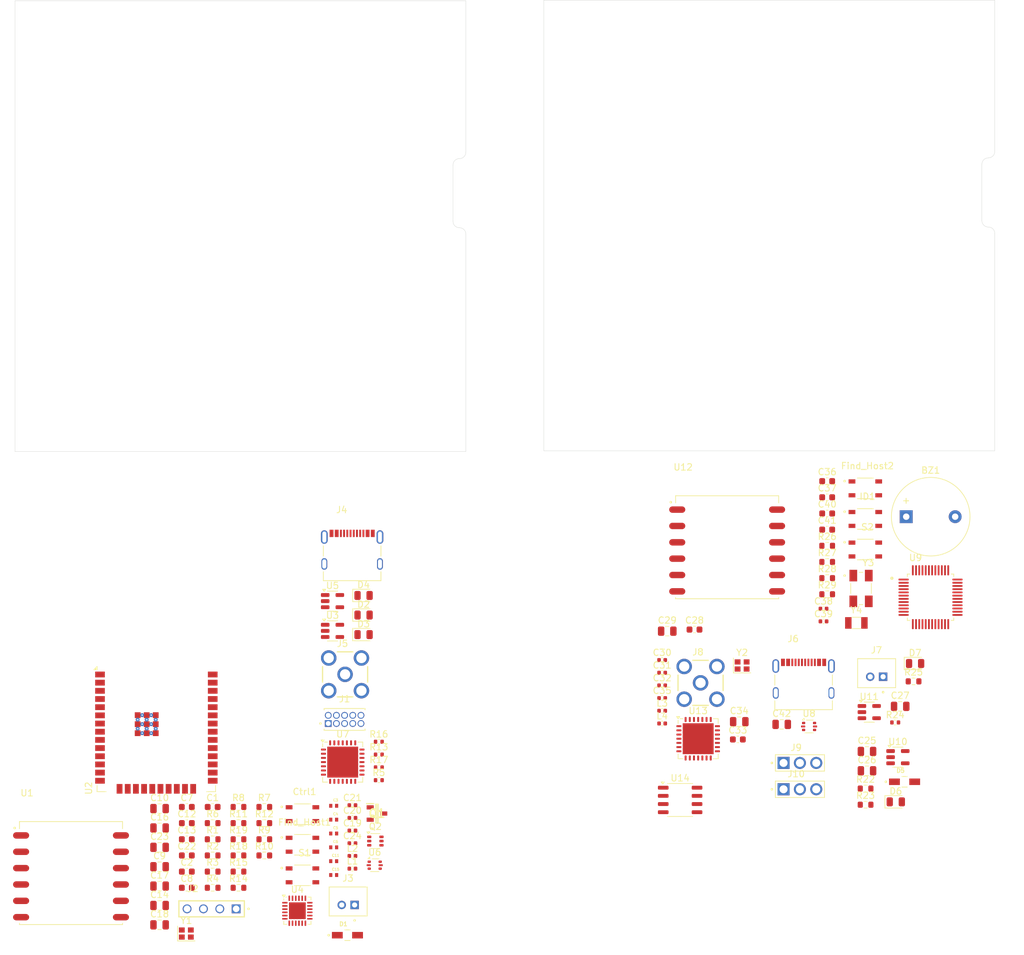
<source format=kicad_pcb>
(kicad_pcb (version 20241229) (generator "pcbnew") (generator_version "9.0")
  (layers (0 "F.Cu" signal) (2 "B.Cu" signal) (13 "F.Paste" user) (15 "B.Paste" user) (5 "F.SilkS" user "F.Silkscreen") (7 "B.SilkS" user "B.Silkscreen") (1 "F.Mask" user) (3 "B.Mask" user) (25 "Edge.Cuts" user))
  (net 0 "")
  (net 1 "GND")
  (net 2 "/FLP_host/3.3V_OUT")
  (net 3 "Net-(D2-A)")
  (net 4 "/FLP_host/VBAT")
  (net 5 "/FLP_host/5v_USB_OUT")
  (net 6 "/FLP_host/I2C_SCL")
  (net 7 "/FLP_host/I2C_SDL")
  (net 8 "Net-(U7-XTB)")
  (net 9 "Net-(U7-XTA)")
  (net 10 "EN")
  (net 11 "Net-(D4-K)")
  (net 12 "/FLP_host/TEST LED")
  (net 13 "Net-(U7-PA_BOOST)")
  (net 14 "/FLP_host/RTS")
  (net 15 "Net-(Q2A-B1)")
  (net 16 "/FLP_host/DTR")
  (net 17 "/FLP_host/IO0")
  (net 18 "Net-(Q2B-B2)")
  (net 19 "/FLP_host/GPS_Reset")
  (net 20 "/FLP_host/TX")
  (net 21 "/FLP_host/RX")
  (net 22 "/FLP_host/MTDI")
  (net 23 "/FLP_host/MTDO")
  (net 24 "/FLP_host/MTCK")
  (net 25 "/FLP_host/MTMS")
  (net 26 "/FLP_host/Find_Host")
  (net 27 "/FLP_host/Ctrl")
  (net 28 "/FLP_host/RESET")
  (net 29 "/FLP_host/MOSI")
  (net 30 "/FLP_host/GPS_TX")
  (net 31 "/FLP_host/MISO")
  (net 32 "/FLP_host/DIO0(IRQ)")
  (net 33 "/FLP_host/NSS(CS)")
  (net 34 "/FLP_host/GPS_Rx")
  (net 35 "/FLP_host/SCK")
  (net 36 "Net-(C2-Pad2)")
  (net 37 "Net-(C3-Pad1)")
  (net 38 "Net-(C4-Pad2)")
  (net 39 "Net-(C5-Pad2)")
  (net 40 "Net-(C6-Pad1)")
  (net 41 "Net-(C21-Pad1)")
  (net 53 "Net-(C21-Pad2)")
  (net 54 "Net-(D3-K)")
  (net 56 "Net-(J4-D+-PadA6)")
  (net 57 "Net-(J4-CC1)")
  (net 59 "Net-(J4-CC2)")
  (net 60 "Net-(J4-D--PadA7)")
  (net 62 "Net-(U3-EN)")
  (net 63 "Net-(U5-PROG)")
  (net 64 "Net-(U5-STAT)")
  (net 89 "Net-(U4-D+)")
  (net 90 "Net-(U4-D-)")
  (net 97 "/FLP_terminal/STM32/Buzzer")
  (net 98 "Net-(D6-A)")
  (net 99 "/FLP_terminal/BOOT_Mode/3.3V_in")
  (net 100 "/FLP_terminal/Bat/VBAT")
  (net 101 "Net-(U13-XTA)")
  (net 102 "Net-(U13-XTB)")
  (net 103 "Net-(C32-Pad1)")
  (net 104 "Net-(C32-Pad2)")
  (net 105 "Net-(U13-PA_BOOST)")
  (net 106 "Net-(U9-NRST)")
  (net 107 "Net-(C38-Pad1)")
  (net 108 "/FLP_terminal/STM32/OSC_IN")
  (net 109 "/FLP_terminal/STM32/OSC_OUT")
  (net 110 "/FLP_terminal/STM32/PC_OSC_OUT")
  (net 111 "/FLP_terminal/STM32/PC_OSC_IN")
  (net 112 "/FLP_terminal/Bat/5v_USB_OUT")
  (net 113 "Net-(D7-K)")
  (net 114 "/FLP_terminal/STM32/3.3V_OUT")
  (net 115 "/FLP_terminal/STM32/Find_Host")
  (net 116 "/FLP_terminal/STM32/ID")
  (net 117 "/FLP_terminal/UART_USB/CC_1")
  (net 118 "Net-(J6-D+-PadA6)")
  (net 119 "Net-(J6-D--PadA7)")
  (net 122 "/FLP_terminal/UART_USB/CC_2")
  (net 123 "/FLP_terminal/BOOT_Mode/BOOT0")
  (net 124 "/FLP_terminal/BOOT_Mode/BOOT1")
  (net 125 "Net-(U10-EN)")
  (net 126 "Net-(U11-PROG)")
  (net 127 "Net-(U11-STAT)")
  (net 128 "/FLP_terminal/UART_USB/D+")
  (net 129 "/FLP_terminal/UART_USB/D-")
  (net 131 "/FLP_terminal/STM32/RX")
  (net 133 "/FLP_terminal/GPS/GPS_Rx")
  (net 134 "/FLP_terminal/STM32/TX")
  (net 138 "/FLP_terminal/LoRa/MISO")
  (net 140 "/FLP_terminal/LoRa/SCK")
  (net 141 "/FLP_terminal/LoRa/NSS(CS)")
  (net 145 "/FLP_terminal/LoRa/MOSI")
  (net 149 "/FLP_terminal/LoRa/RESET")
  (net 154 "/FLP_terminal/GPS/GPS_TX")
  (net 156 "/FLP_terminal/LoRa/DIO0(IRQ)")
  (net 158 "/FLP_terminal/GPS/GPS_Reset")
  (footprint "LED_SMD:LED_0805_2012Metric" (layer "F.Cu") (at 176.7425 154.42)
    (property "Reference" "D6" (at 0 -1.65 0) (layer "F.SilkS"))
    (property "Value" "BAT ON")
    (pad "1" smd roundrect (at -0.9375 0) (size 0.975 1.4) (layers "F.Cu" "F.Mask" "F.Paste") (net 98 "Net-(D6-A)"))
    (pad "2" smd roundrect (at 0.9375 0) (size 0.975 1.4) (layers "F.Cu" "F.Mask" "F.Paste") (net 98 "Net-(D6-A)"))
  )
  (footprint "Package_DFN_QFN:QFN-24-1EP_4x4mm_P0.5mm_EP2.6x2.6mm" (layer "F.Cu") (at 83.835 171.335)
    (property "Reference" "U4" (at 0 -3.3 0) (layer "F.SilkS"))
    (property "Value" "CP2104")
    (pad "1" smd roundrect (at -1.9375 -1.25) (size 0.825 0.25) (layers "F.Cu" "F.Mask" "F.Paste"))
    (pad "2" smd roundrect (at -1.9375 -0.75) (size 0.825 0.25) (layers "F.Cu" "F.Mask" "F.Paste") (net 1 "GND"))
    (pad "3" smd roundrect (at -1.9375 -0.25) (size 0.825 0.25) (layers "F.Cu" "F.Mask" "F.Paste") (net 89 "Net-(U4-D+)"))
    (pad "4" smd roundrect (at -1.9375 0.25) (size 0.825 0.25) (layers "F.Cu" "F.Mask" "F.Paste") (net 90 "Net-(U4-D-)"))
    (pad "5" smd roundrect (at -1.9375 0.75) (size 0.825 0.25) (layers "F.Cu" "F.Mask" "F.Paste") (net 2 "/FLP_host/3.3V_OUT"))
    (pad "6" smd roundrect (at -1.9375 1.25) (size 0.825 0.25) (layers "F.Cu" "F.Mask" "F.Paste") (net 2 "/FLP_host/3.3V_OUT"))
    (pad "7" smd roundrect (at -1.25 1.9375) (size 0.25 0.825) (layers "F.Cu" "F.Mask" "F.Paste") (net 2 "/FLP_host/3.3V_OUT"))
    (pad "8" smd roundrect (at -0.75 1.9375) (size 0.25 0.825) (layers "F.Cu" "F.Mask" "F.Paste") (net 5 "/FLP_host/5v_USB_OUT"))
    (pad "9" smd roundrect (at -0.25 1.9375) (size 0.25 0.825) (layers "F.Cu" "F.Mask" "F.Paste"))
    (pad "10" smd roundrect (at 0.25 1.9375) (size 0.25 0.825) (layers "F.Cu" "F.Mask" "F.Paste"))
    (pad "11" smd roundrect (at 0.75 1.9375) (size 0.25 0.825) (layers "F.Cu" "F.Mask" "F.Paste"))
    (pad "12" smd roundrect (at 1.25 1.9375) (size 0.25 0.825) (layers "F.Cu" "F.Mask" "F.Paste"))
    (pad "13" smd roundrect (at 1.9375 1.25) (size 0.825 0.25) (layers "F.Cu" "F.Mask" "F.Paste"))
    (pad "14" smd roundrect (at 1.9375 0.75) (size 0.825 0.25) (layers "F.Cu" "F.Mask" "F.Paste"))
    (pad "15" smd roundrect (at 1.9375 0.25) (size 0.825 0.25) (layers "F.Cu" "F.Mask" "F.Paste"))
    (pad "16" smd roundrect (at 1.9375 -0.25) (size 0.825 0.25) (layers "F.Cu" "F.Mask" "F.Paste"))
    (pad "17" smd roundrect (at 1.9375 -0.75) (size 0.825 0.25) (layers "F.Cu" "F.Mask" "F.Paste"))
    (pad "18" smd roundrect (at 1.9375 -1.25) (size 0.825 0.25) (layers "F.Cu" "F.Mask" "F.Paste"))
    (pad "19" smd roundrect (at 1.25 -1.9375) (size 0.25 0.825) (layers "F.Cu" "F.Mask" "F.Paste") (net 14 "/FLP_host/RTS"))
    (pad "20" smd roundrect (at 0.75 -1.9375) (size 0.25 0.825) (layers "F.Cu" "F.Mask" "F.Paste") (net 20 "/FLP_host/TX"))
    (pad "21" smd roundrect (at 0.25 -1.9375) (size 0.25 0.825) (layers "F.Cu" "F.Mask" "F.Paste") (net 21 "/FLP_host/RX"))
    (pad "22" smd roundrect (at -0.25 -1.9375) (size 0.25 0.825) (layers "F.Cu" "F.Mask" "F.Paste"))
    (pad "23" smd roundrect (at -0.75 -1.9375) (size 0.25 0.825) (layers "F.Cu" "F.Mask" "F.Paste") (net 16 "/FLP_host/DTR"))
    (pad "24" smd roundrect (at -1.25 -1.9375) (size 0.25 0.825) (layers "F.Cu" "F.Mask" "F.Paste"))
    (pad "25" smd rect (at 0 0) (size 2.6 2.6) (property pad_prop_heatsink) (layers "F.Cu" "F.Mask") (net 1 "GND"))
  )
  (footprint "Resistor_SMD:R_0603_1608Metric" (layer "F.Cu") (at 70.685 165.255)
    (property "Reference" "R3" (at 0 -1.43 0) (layer "F.SilkS"))
    (property "Value" "100R")
    (pad "1" smd roundrect (at -0.825 0) (size 0.8 0.95) (layers "F.Cu" "F.Mask" "F.Paste") (net 24 "/FLP_host/MTCK"))
    (pad "2" smd roundrect (at 0.825 0) (size 0.8 0.95) (layers "F.Cu" "F.Mask" "F.Paste") (net 38 "Net-(C4-Pad2)"))
  )
  (footprint "Package_TO_SOT_SMD:SOT-666" (layer "F.Cu") (at 95.845 164.26)
    (property "Reference" "U6" (at 0 -2 0) (layer "F.SilkS"))
    (property "Value" "USBLC6-2P6")
    (pad "1" smd roundrect (at -0.85 -0.5375) (size 0.5 0.375) (layers "F.Cu" "F.Mask" "F.Paste") (net 60 "Net-(J4-D--PadA7)"))
    (pad "2" smd roundrect (at -0.925 0) (size 0.65 0.3) (layers "F.Cu" "F.Mask" "F.Paste") (net 2 "/FLP_host/3.3V_OUT"))
    (pad "3" smd roundrect (at -0.85 0.5375) (size 0.5 0.375) (layers "F.Cu" "F.Mask" "F.Paste") (net 56 "Net-(J4-D+-PadA6)"))
    (pad "4" smd roundrect (at 0.85 0.5375) (size 0.5 0.375) (layers "F.Cu" "F.Mask" "F.Paste") (net 89 "Net-(U4-D+)"))
    (pad "5" smd roundrect (at 0.925 0) (size 0.65 0.3) (layers "F.Cu" "F.Mask" "F.Paste") (net 1 "GND"))
    (pad "6" smd roundrect (at 0.85 -0.5375) (size 0.5 0.375) (layers "F.Cu" "F.Mask" "F.Paste") (net 90 "Net-(U4-D-)"))
  )
  (footprint "Capacitor_SMD:C_0402_1005Metric" (layer "F.Cu") (at 140.4725 142.245)
    (property "Reference" "L4" (at 0 -1.16 0) (layer "F.SilkS"))
    (property "Value" "18nH")
    (pad "1" smd roundrect (at -0.48 0) (size 0.56 0.62) (layers "F.Cu" "F.Mask" "F.Paste") (net 103 "Net-(C32-Pad1)"))
    (pad "2" smd roundrect (at 0.48 0) (size 0.56 0.62) (layers "F.Cu" "F.Mask" "F.Paste") (net 105 "Net-(U13-PA_BOOST)"))
  )
  (footprint "PESD0402-140:RESC1005X35N" (layer "F.Cu") (at 89.475 163.635)
    (property "Reference" "C11" (at 0.3 -0.88 0) (layer "F.SilkS") (effects (font (size 0.393701 0.393701))))
    (property "Value" "PESD0402-140")
    (pad "1" smd rect (at -0.457 0) (size 0.49 0.6) (layers "F.Cu" "F.Mask" "F.Paste") (net 6 "/FLP_host/I2C_SCL"))
    (pad "2" smd rect (at 0.457 0) (size 0.49 0.6) (layers "F.Cu" "F.Mask" "F.Paste") (net 1 "GND"))
  )
  (footprint "Capacitor_SMD:C_0402_1005Metric" (layer "F.Cu") (at 92.385 160.855)
    (property "Reference" "C24" (at 0 -1.16 0) (layer "F.SilkS"))
    (property "Value" "3.3pF")
    (pad "1" smd roundrect (at -0.48 0) (size 0.56 0.62) (layers "F.Cu" "F.Mask" "F.Paste") (net 13 "Net-(U7-PA_BOOST)"))
    (pad "2" smd roundrect (at 0.48 0) (size 0.56 0.62) (layers "F.Cu" "F.Mask" "F.Paste") (net 1 "GND"))
  )
  (footprint "LED_SMD:LED_0805_2012Metric" (layer "F.Cu") (at 94.115 122.36)
    (property "Reference" "D4" (at 0 -1.65 0) (layer "F.SilkS"))
    (property "Value" "USB_ON")
    (pad "1" smd roundrect (at -0.9375 0) (size 0.975 1.4) (layers "F.Cu" "F.Mask" "F.Paste") (net 11 "Net-(D4-K)"))
    (pad "2" smd roundrect (at 0.9375 0) (size 0.975 1.4) (layers "F.Cu" "F.Mask" "F.Paste") (net 5 "/FLP_host/5v_USB_OUT"))
  )
  (footprint "Capacitor_SMD:C_0402_1005Metric" (layer "F.Cu") (at 165.5225 124.415)
    (property "Reference" "C38" (at 0 -1.16 0) (layer "F.SilkS"))
    (property "Value" "20pF")
    (pad "1" smd roundrect (at -0.48 0) (size 0.56 0.62) (layers "F.Cu" "F.Mask" "F.Paste") (net 107 "Net-(C38-Pad1)"))
    (pad "2" smd roundrect (at 0.48 0) (size 0.56 0.62) (layers "F.Cu" "F.Mask" "F.Paste") (net 108 "/FLP_terminal/STM32/OSC_IN"))
  )
  (footprint "Capacitor_SMD:C_0402_1005Metric" (layer "F.Cu") (at 140.4725 140.275)
    (property "Reference" "L3" (at 0 -1.16 0) (layer "F.SilkS"))
    (property "Value" "47nH")
    (pad "1" smd roundrect (at -0.48 0) (size 0.56 0.62) (layers "F.Cu" "F.Mask" "F.Paste") (net 1 "GND"))
    (pad "2" smd roundrect (at 0.48 0) (size 0.56 0.62) (layers "F.Cu" "F.Mask" "F.Paste") (net 103 "Net-(C32-Pad1)"))
  )
  (footprint "Capacitor_SMD:C_0805_2012Metric" (layer "F.Cu") (at 62.445 173.525)
    (property "Reference" "C18" (at 0 -1.68 0) (layer "F.SilkS"))
    (property "Value" "22uF")
    (pad "1" smd roundrect (at -0.95 0) (size 1 1.45) (layers "F.Cu" "F.Mask" "F.Paste") (net 4 "/FLP_host/VBAT"))
    (pad "2" smd roundrect (at 0.95 0) (size 1 1.45) (layers "F.Cu" "F.Mask" "F.Paste") (net 1 "GND"))
  )
  (footprint "Resistor_SMD:R_0603_1608Metric" (layer "F.Cu") (at 78.705 155.215)
    (property "Reference" "R7" (at 0 -1.43 0) (layer "F.SilkS"))
    (property "Value" "100K")
    (pad "1" smd roundrect (at -0.825 0) (size 0.8 0.95) (layers "F.Cu" "F.Mask" "F.Paste") (net 5 "/FLP_host/5v_USB_OUT"))
    (pad "2" smd roundrect (at 0.825 0) (size 0.8 0.95) (layers "F.Cu" "F.Mask" "F.Paste") (net 1 "GND"))
  )
  (footprint "Package_DFN_QFN:QFN-28-1EP_6x6mm_P0.65mm_EP4.8x4.8mm" (layer "F.Cu") (at 90.875 148.245)
    (property "Reference" "U7" (at 0 -4.33 0) (layer "F.SilkS"))
    (property "Value" "SX1278")
    (pad "1" smd roundrect (at -2.9875 -1.95) (size 0.775 0.3) (layers "F.Cu" "F.Mask" "F.Paste"))
    (pad "2" smd roundrect (at -2.9875 -1.3) (size 0.775 0.3) (layers "F.Cu" "F.Mask" "F.Paste"))
    (pad "3" smd roundrect (at -2.9875 -0.65) (size 0.775 0.3) (layers "F.Cu" "F.Mask" "F.Paste") (net 2 "/FLP_host/3.3V_OUT"))
    (pad "4" smd roundrect (at -2.9875 0) (size 0.775 0.3) (layers "F.Cu" "F.Mask" "F.Paste"))
    (pad "5" smd roundrect (at -2.9875 0.65) (size 0.775 0.3) (layers "F.Cu" "F.Mask" "F.Paste") (net 9 "Net-(U7-XTA)"))
    (pad "6" smd roundrect (at -2.9875 1.3) (size 0.775 0.3) (layers "F.Cu" "F.Mask" "F.Paste") (net 8 "Net-(U7-XTB)"))
    (pad "7" smd roundrect (at -2.9875 1.95) (size 0.775 0.3) (layers "F.Cu" "F.Mask" "F.Paste") (net 28 "/FLP_host/RESET"))
    (pad "8" smd roundrect (at -1.95 2.9875) (size 0.3 0.775) (layers "F.Cu" "F.Mask" "F.Paste") (net 32 "/FLP_host/DIO0(IRQ)"))
    (pad "9" smd roundrect (at -1.3 2.9875) (size 0.3 0.775) (layers "F.Cu" "F.Mask" "F.Paste"))
    (pad "10" smd roundrect (at -0.65 2.9875) (size 0.3 0.775) (layers "F.Cu" "F.Mask" "F.Paste"))
    (pad "11" smd roundrect (at 0 2.9875) (size 0.3 0.775) (layers "F.Cu" "F.Mask" "F.Paste"))
    (pad "12" smd roundrect (at 0.65 2.9875) (size 0.3 0.775) (layers "F.Cu" "F.Mask" "F.Paste"))
    (pad "13" smd roundrect (at 1.3 2.9875) (size 0.3 0.775) (layers "F.Cu" "F.Mask" "F.Paste"))
    (pad "14" smd roundrect (at 1.95 2.9875) (size 0.3 0.775) (layers "F.Cu" "F.Mask" "F.Paste") (net 2 "/FLP_host/3.3V_OUT"))
    (pad "15" smd roundrect (at 2.9875 1.95) (size 0.775 0.3) (layers "F.Cu" "F.Mask" "F.Paste") (net 1 "GND"))
    (pad "16" smd roundrect (at 2.9875 1.3) (size 0.775 0.3) (layers "F.Cu" "F.Mask" "F.Paste") (net 35 "/FLP_host/SCK"))
    (pad "17" smd roundrect (at 2.9875 0.65) (size 0.775 0.3) (layers "F.Cu" "F.Mask" "F.Paste") (net 31 "/FLP_host/MISO"))
    (pad "18" smd roundrect (at 2.9875 0) (size 0.775 0.3) (layers "F.Cu" "F.Mask" "F.Paste") (net 29 "/FLP_host/MOSI"))
    (pad "19" smd roundrect (at 2.9875 -0.65) (size 0.775 0.3) (layers "F.Cu" "F.Mask" "F.Paste") (net 33 "/FLP_host/NSS(CS)"))
    (pad "20" smd roundrect (at 2.9875 -1.3) (size 0.775 0.3) (layers "F.Cu" "F.Mask" "F.Paste"))
    (pad "21" smd roundrect (at 2.9875 -1.95) (size 0.775 0.3) (layers "F.Cu" "F.Mask" "F.Paste") (net 1 "GND"))
    (pad "22" smd roundrect (at 1.95 -2.9875) (size 0.3 0.775) (layers "F.Cu" "F.Mask" "F.Paste") (net 1 "GND"))
    (pad "23" smd roundrect (at 1.3 -2.9875) (size 0.3 0.775) (layers "F.Cu" "F.Mask" "F.Paste") (net 1 "GND"))
    (pad "24" smd roundrect (at 0.65 -2.9875) (size 0.3 0.775) (layers "F.Cu" "F.Mask" "F.Paste") (net 2 "/FLP_host/3.3V_OUT"))
    (pad "25" smd roundrect (at 0 -2.9875) (size 0.3 0.775) (layers "F.Cu" "F.Mask" "F.Paste"))
    (pad "26" smd roundrect (at -0.65 -2.9875) (size 0.3 0.775) (layers "F.Cu" "F.Mask" "F.Paste") (net 1 "GND"))
    (pad "27" smd roundrect (at -1.3 -2.9875) (size 0.3 0.775) (layers "F.Cu" "F.Mask" "F.Paste") (net 13 "Net-(U7-PA_BOOST)"))
    (pad "28" smd roundrect (at -1.95 -2.9875) (size 0.3 0.775) (layers "F.Cu" "F.Mask" "F.Paste"))
    (pad "29" smd rect (at 0 0) (size 4.8 4.8) (property pad_prop_heatsink) (layers "F.Cu" "F.Mask") (net 1 "GND"))
  )
  (footprint "Resistor_SMD:R_0402_1005Metric" (layer "F.Cu") (at 96.485 145.085)
    (property "Reference" "R16" (at 0 -1.17 0) (layer "F.SilkS"))
    (property "Value" "5.1K")
    (pad "1" smd roundrect (at -0.51 0) (size 0.54 0.64) (layers "F.Cu" "F.Mask" "F.Paste") (net 1 "GND"))
    (pad "2" smd roundrect (at 0.51 0) (size 0.54 0.64) (layers "F.Cu" "F.Mask" "F.Paste") (net 59 "Net-(J4-CC2)"))
  )
  (footprint "Diode_SMD:SW_SKRPABE010" (layer "F.Cu") (at 84.628 165.835)
    (property "Reference" "S1" (at 0.325 -3.485 0) (layer "F.SilkS"))
    (property "Value" "SKRPABE010")
    (pad "1" smd rect (at -2.075 -1.075) (size 1.05 0.65) (layers "F.Cu" "F.Mask" "F.Paste") (net 1 "GND"))
    (pad "2" smd rect (at 2.075 -1.075) (size 1.05 0.65) (layers "F.Cu" "F.Mask" "F.Paste") (net 1 "GND"))
    (pad "3" smd rect (at -2.075 1.075) (size 1.05 0.65) (layers "F.Cu" "F.Mask" "F.Paste") (net 36 "Net-(C2-Pad2)"))
    (pad "4" smd rect (at 2.075 1.075) (size 1.05 0.65) (layers "F.Cu" "F.Mask" "F.Paste") (net 36 "Net-(C2-Pad2)"))
  )
  (footprint "Capacitor_SMD:C_0805_2012Metric" (layer "F.Cu") (at 159.0325 142.385)
    (property "Reference" "C42" (at 0 -1.68 0) (layer "F.SilkS"))
    (property "Value" "22uF")
    (pad "1" smd roundrect (at -0.95 0) (size 1 1.45) (layers "F.Cu" "F.Mask" "F.Paste") (net 1 "GND"))
    (pad "2" smd roundrect (at 0.95 0) (size 1 1.45) (layers "F.Cu" "F.Mask" "F.Paste") (net 112 "/FLP_terminal/Bat/5v_USB_OUT"))
  )
  (footprint "B2B_PH_K_S:JST_B2B-PH-K-S" (layer "F.Cu") (at 173.7725 134.435)
    (property "Reference" "J7" (at -0.025 -3.585 0) (layer "F.SilkS"))
    (property "Value" "B2B-PH-K-S")
    (pad "1" thru_hole rect (at 1 0.55) (size 1.308 1.308) (drill 0.8) (layers "*.Cu" "*.Mask") (net 100 "/FLP_terminal/Bat/VBAT"))
    (pad "2" thru_hole circle (at -1 0.55) (size 1.308 1.308) (drill 0.8) (layers "*.Cu" "*.Mask") (net 1 "GND"))
  )
  (footprint "Resistor_SMD:R_0603_1608Metric" (layer "F.Cu") (at 74.695 155.215)
    (property "Reference" "R8" (at 0 -1.43 0) (layer "F.SilkS"))
    (property "Value" "2.2K")
    (pad "1" smd roundrect (at -0.825 0) (size 0.8 0.95) (layers "F.Cu" "F.Mask" "F.Paste") (net 6 "/FLP_host/I2C_SCL"))
    (pad "2" smd roundrect (at 0.825 0) (size 0.8 0.95) (layers "F.Cu" "F.Mask" "F.Paste") (net 2 "/FLP_host/3.3V_OUT"))
  )
  (footprint "Resistor_SMD:R_0603_1608Metric" (layer "F.Cu") (at 166.0925 117.155)
    (property "Reference" "R27" (at 0 -1.43 0) (layer "F.SilkS"))
    (property "Value" "1M")
    (pad "1" smd roundrect (at -0.825 0) (size 0.8 0.95) (layers "F.Cu" "F.Mask" "F.Paste") (net 108 "/FLP_terminal/STM32/OSC_IN"))
    (pad "2" smd roundrect (at 0.825 0) (size 0.8 0.95) (layers "F.Cu" "F.Mask" "F.Paste") (net 109 "/FLP_terminal/STM32/OSC_OUT"))
  )
  (footprint "L86-M33:XCVR_L86-M33" (layer "F.Cu") (at 48.695 165.985)
    (property "Reference" "U1" (at -6.83545 -12.94087 0) (layer "F.SilkS") (effects (font (size 1.001528 1.001528))))
    (property "Value" "L86-M33")
    (pad "1" smd oval (at -7.75 -6.35) (size 2.5 1) (layers "F.Cu" "F.Mask") (net 34 "/FLP_host/GPS_Rx"))
    (pad "2" smd oval (at -7.75 -3.81) (size 2.5 1) (layers "F.Cu" "F.Mask") (net 30 "/FLP_host/GPS_TX"))
    (pad "3" smd oval (at -7.75 -1.27) (size 2.5 1) (layers "F.Cu" "F.Mask") (net 1 "GND"))
    (pad "4" smd oval (at -7.75 1.27) (size 2.5 1) (layers "F.Cu" "F.Mask") (net 2 "/FLP_host/3.3V_OUT"))
    (pad "5" smd oval (at -7.75 3.81) (size 2.5 1) (layers "F.Cu" "F.Mask") (net 2 "/FLP_host/3.3V_OUT"))
    (pad "6" smd oval (at -7.75 6.35) (size 2.5 1) (layers "F.Cu" "F.Mask"))
    (pad "7" smd oval (at 7.75 6.35) (size 2.5 1) (layers "F.Cu" "F.Mask"))
    (pad "8" smd oval (at 7.75 3.81) (size 2.5 1) (layers "F.Cu" "F.Mask"))
    (pad "9" smd oval (at 7.75 1.27) (size 2.5 1) (layers "F.Cu" "F.Mask"))
    (pad "10" smd oval (at 7.75 -1.27) (size 2.5 1) (layers "F.Cu" "F.Mask") (net 19 "/FLP_host/GPS_Reset"))
    (pad "11" smd oval (at 7.75 -3.81) (size 2.5 1) (layers "F.Cu" "F.Mask"))
    (pad "12" smd oval (at 7.75 -6.35) (size 2.5 1) (layers "F.Cu" "F.Mask") (net 1 "GND"))
  )
  (footprint "LED_SMD:LED_0805_2012Metric" (layer "F.Cu") (at 94.115 125.4)
    (property "Reference" "D2" (at 0 -1.65 0) (layer "F.SilkS"))
    (property "Value" "BAT ON")
    (pad "1" smd roundrect (at -0.9375 0) (size 0.975 1.4) (layers "F.Cu" "F.Mask" "F.Paste") (net 3 "Net-(D2-A)"))
    (pad "2" smd roundrect (at 0.9375 0) (size 0.975 1.4) (layers "F.Cu" "F.Mask" "F.Paste") (net 3 "Net-(D2-A)"))
  )
  (footprint "Resistor_SMD:R_0603_1608Metric" (layer "F.Cu") (at 74.695 167.765)
    (property "Reference" "R14" (at 0 -1.43 0) (layer "F.SilkS"))
    (property "Value" "1K")
    (pad "1" smd roundrect (at -0.825 0) (size 0.8 0.95) (layers "F.Cu" "F.Mask" "F.Paste") (net 54 "Net-(D3-K)"))
    (pad "2" smd roundrect (at 0.825 0) (size 0.8 0.95) (layers "F.Cu" "F.Mask" "F.Paste") (net 1 "GND"))
  )
  (footprint "Diode_SMD:SW_SKRPABE010" (layer "F.Cu") (at 172.0155 110.475)
    (property "Reference" "ID1" (at 0.325 -3.485 0) (layer "F.SilkS"))
    (property "Value" "SKRPABE010")
    (pad "1" smd rect (at -2.075 -1.075) (size 1.05 0.65) (layers "F.Cu" "F.Mask" "F.Paste") (net 114 "/FLP_terminal/STM32/3.3V_OUT"))
    (pad "2" smd rect (at 2.075 -1.075) (size 1.05 0.65) (layers "F.Cu" "F.Mask" "F.Paste") (net 114 "/FLP_terminal/STM32/3.3V_OUT"))
    (pad "3" smd rect (at -2.075 1.075) (size 1.05 0.65) (layers "F.Cu" "F.Mask" "F.Paste") (net 116 "/FLP_terminal/STM32/ID"))
    (pad "4" smd rect (at 2.075 1.075) (size 1.05 0.65) (layers "F.Cu" "F.Mask" "F.Paste") (net 116 "/FLP_terminal/STM32/ID"))
  )
  (footprint "Resistor_SMD:R_0402_1005Metric" (layer "F.Cu") (at 96.485 149.065)
    (property "Reference" "R17" (at 0 -1.17 0) (layer "F.SilkS"))
    (property "Value" "5.1K")
    (pad "1" smd roundrect (at -0.51 0) (size 0.54 0.64) (layers "F.Cu" "F.Mask" "F.Paste") (net 1 "GND"))
    (pad "2" smd roundrect (at 0.51 0) (size 0.54 0.64) (layers "F.Cu" "F.Mask" "F.Paste") (net 57 "Net-(J4-CC1)"))
  )
  (footprint "Resistor_SMD:R_0603_1608Metric" (layer "F.Cu") (at 172.0525 152.355)
    (property "Reference" "R22" (at 0 -1.43 0) (layer "F.SilkS"))
    (property "Value" "100K")
    (pad "1" smd roundrect (at -0.825 0) (size 0.8 0.95) (layers "F.Cu" "F.Mask" "F.Paste") (net 112 "/FLP_terminal/Bat/5v_USB_OUT"))
    (pad "2" smd roundrect (at 0.825 0) (size 0.8 0.95) (layers "F.Cu" "F.Mask" "F.Paste") (net 1 "GND"))
  )
  (footprint "Capacitor_SMD:C_0603_1608Metric" (layer "F.Cu") (at 166.0925 107.115)
    (property "Reference" "C37" (at 0 -1.43 0) (layer "F.SilkS"))
    (property "Value" "1uF")
    (pad "1" smd roundrect (at -0.775 0) (size 0.9 0.95) (layers "F.Cu" "F.Mask" "F.Paste") (net 97 "/FLP_terminal/STM32/Buzzer"))
    (pad "2" smd roundrect (at 0.775 0) (size 0.9 0.95) (layers "F.Cu" "F.Mask" "F.Paste") (net 1 "GND"))
  )
  (footprint "DMG3415UQ-7:SOT96P240X110-3N" (layer "F.Cu") (at 96.195 156.235)
    (property "Reference" "Q1" (at 0 0 0) (layer "F.SilkS") (effects (font (size 1.27 1.27) (thickness 0.254))))
    (property "Value" "DMG3415UQ-7" (hide yes))
    (pad "1" smd rect (at -1.05 -0.96 90) (size 0.65 1.1) (layers "F.Cu" "F.Mask" "F.Paste") (net 5 "/FLP_host/5v_USB_OUT"))
    (pad "2" smd rect (at -1.05 0.96 90) (size 0.65 1.1) (layers "F.Cu" "F.Mask" "F.Paste") (net 3 "Net-(D2-A)"))
    (pad "3" smd rect (at 1.05 0 90) (size 0.65 1.1) (layers "F.Cu" "F.Mask" "F.Paste") (net 4 "/FLP_host/VBAT"))
  )
  (footprint "Resistor_SMD:R_0402_1005Metric" (layer "F.Cu") (at 96.485 147.075)
    (property "Reference" "R13" (at 0 -1.17 0) (layer "F.SilkS"))
    (property "Value" "2K")
    (pad "1" smd roundrect (at -0.51 0) (size 0.54 0.64) (layers "F.Cu" "F.Mask" "F.Paste") (net 1 "GND"))
    (pad "2" smd roundrect (at 0.51 0) (size 0.54 0.64) (layers "F.Cu" "F.Mask" "F.Paste") (net 63 "Net-(U5-PROG)"))
  )
  (footprint "Capacitor_SMD:C_0603_1608Metric" (layer "F.Cu") (at 66.675 167.765)
    (property "Reference" "C8" (at 0 -1.43 0) (layer "F.SilkS"))
    (property "Value" "1uF")
    (pad "1" smd roundrect (at -0.775 0) (size 0.9 0.95) (layers "F.Cu" "F.Mask" "F.Paste") (net 2 "/FLP_host/3.3V_OUT"))
    (pad "2" smd roundrect (at 0.775 0) (size 0.9 0.95) (layers "F.Cu" "F.Mask" "F.Paste") (net 1 "GND"))
  )
  (footprint "Diode_SMD:SW_SKRPABE010" (layer "F.Cu") (at 84.628 156.335)
    (property "Reference" "Ctrl1" (at 0.325 -3.485 0) (layer "F.SilkS"))
    (property "Value" "SKRPABE010")
    (pad "1" smd rect (at -2.075 -1.075) (size 1.05 0.65) (layers "F.Cu" "F.Mask" "F.Paste") (net 2 "/FLP_host/3.3V_OUT"))
    (pad "2" smd rect (at 2.075 -1.075) (size 1.05 0.65) (layers "F.Cu" "F.Mask" "F.Paste") (net 2 "/FLP_host/3.3V_OUT"))
    (pad "3" smd rect (at -2.075 1.075) (size 1.05 0.65) (layers "F.Cu" "F.Mask" "F.Paste") (net 27 "/FLP_host/Ctrl"))
    (pad "4" smd rect (at 2.075 1.075) (size 1.05 0.65) (layers "F.Cu" "F.Mask" "F.Paste") (net 27 "/FLP_host/Ctrl"))
  )
  (footprint "PESD0402-140:RESC1005X35N" (layer "F.Cu") (at 89.475 157.185)
    (property "Reference" "C4" (at 0.3 -0.88 0) (layer "F.SilkS") (effects (font (size 0.393701 0.393701))))
    (property "Value" "PESD0402-140")
    (pad "1" smd rect (at -0.457 0) (size 0.49 0.6) (layers "F.Cu" "F.Mask" "F.Paste") (net 1 "GND"))
    (pad "2" smd rect (at 0.457 0) (size 0.49 0.6) (layers "F.Cu" "F.Mask" "F.Paste") (net 38 "Net-(C4-Pad2)"))
  )
  (footprint "Package_TO_SOT_SMD:SOT-23-5" (layer "F.Cu") (at 89.295 127.865)
    (property "Reference" "U3" (at 0 -2.4 0) (layer "F.SilkS"))
    (property "Value" "AP2112K-3.3")
    (pad "1" smd roundrect (at -1.1375 -0.95) (size 1.325 0.6) (layers "F.Cu" "F.Mask" "F.Paste") (net 3 "Net-(D2-A)"))
    (pad "2" smd roundrect (at -1.1375 0) (size 1.325 0.6) (layers "F.Cu" "F.Mask" "F.Paste") (net 1 "GND"))
    (pad "3" smd roundrect (at -1.1375 0.95) (size 1.325 0.6) (layers "F.Cu" "F.Mask" "F.Paste") (net 62 "Net-(U3-EN)"))
    (pad "4" smd roundrect (at 1.1375 0.95) (size 1.325 0.6) (layers "F.Cu" "F.Mask" "F.Paste"))
    (pad "5" smd roundrect (at 1.1375 -0.95) (size 1.325 0.6) (layers "F.Cu" "F.Mask" "F.Paste") (net 2 "/FLP_host/3.3V_OUT"))
  )
  (footprint "Package_TO_SOT_SMD:SOT-363_SC-70-6" (layer "F.Cu") (at 95.945 160.51)
    (property "Reference" "Q2" (at 0 -2.25 0) (layer "F.SilkS"))
    (property "Value" "UMH3N")
    (pad "1" smd roundrect (at -0.95 -0.65) (size 0.65 0.4) (layers "F.Cu" "F.Mask" "F.Paste") (net 16 "/FLP_host/DTR"))
    (pad "2" smd roundrect (at -0.95 0) (size 0.65 0.4) (layers "F.Cu" "F.Mask" "F.Paste") (net 15 "Net-(Q2A-B1)"))
    (pad "3" smd roundrect (at -0.95 0.65) (size 0.65 0.4) (layers "F.Cu" "F.Mask" "F.Paste") (net 10 "EN"))
    (pad "4" smd roundrect (at 0.95 0.65) (size 0.65 0.4) (layers "F.Cu" "F.Mask" "F.Paste") (net 14 "/FLP_host/RTS"))
    (pad "5" smd roundrect (at 0.95 0) (size 0.65 0.4) (layers "F.Cu" "F.Mask" "F.Paste") (net 18 "Net-(Q2B-B2)"))
    (pad "6" smd roundrect (at 0.95 -0.65) (size 0.65 0.4) (layers "F.Cu" "F.Mask" "F.Paste") (net 17 "/FLP_host/IO0"))
  )
  (footprint "Capacitor_SMD:C_0402_1005Metric" (layer "F.Cu") (at 92.385 158.885)
    (property "Reference" "C19" (at 0 -1.16 0) (layer "F.SilkS"))
    (property "Value" "12pF")
    (pad "1" smd roundrect (at -0.48 0) (size 0.56 0.62) (layers "F.Cu" "F.Mask" "F.Paste") (net 1 "GND"))
    (pad "2" smd roundrect (at 0.48 0) (size 0.56 0.62) (layers "F.Cu" "F.Mask" "F.Paste") (net 9 "Net-(U7-XTA)"))
  )
  (footprint "Capacitor_SMD:C_0805_2012Metric" (layer "F.Cu") (at 152.4425 141.965)
    (property "Reference" "C34" (at 0 -1.68 0) (layer "F.SilkS"))
    (property "Value" "22uF")
    (pad "1" smd roundrect (at -0.95 0) (size 1 1.45) (layers "F.Cu" "F.Mask" "F.Paste") (net 1 "GND"))
    (pad "2" smd roundrect (at 0.95 0) (size 1 1.45) (layers "F.Cu" "F.Mask" "F.Paste") (net 99 "/FLP_terminal/BOOT_Mode/3.3V_in"))
  )
  (footprint "Package_TO_SOT_SMD:SOT-23-5" (layer "F.Cu") (at 172.6225 140.48)
    (property "Reference" "U11" (at 0 -2.4 0) (layer "F.SilkS"))
    (property "Value" "MCP73831-2-OT")
    (pad "1" smd roundrect (at -1.1375 -0.95) (size 1.325 0.6) (layers "F.Cu" "F.Mask" "F.Paste") (net 127 "Net-(U11-STAT)"))
    (pad "2" smd roundrect (at -1.1375 0) (size 1.325 0.6) (layers "F.Cu" "F.Mask" "F.Paste") (net 1 "GND"))
    (pad "3" smd roundrect (at -1.1375 0.95) (size 1.325 0.6) (layers "F.Cu" "F.Mask" "F.Paste") (net 100 "/FLP_terminal/Bat/VBAT"))
    (pad "4" smd roundrect (at 1.1375 0.95) (size 1.325 0.6) (layers "F.Cu" "F.Mask" "F.Paste") (net 112 "/FLP_terminal/Bat/5v_USB_OUT"))
    (pad "5" smd roundrect (at 1.1375 -0.95) (size 1.325 0.6) (layers "F.Cu" "F.Mask" "F.Paste") (net 126 "Net-(U11-PROG)"))
  )
  (footprint "Capacitor_SMD:C_0603_1608Metric" (layer "F.Cu") (at 66.675 155.215)
    (property "Reference" "C7" (at 0 -1.43 0) (layer "F.SilkS"))
    (property "Value" "1uF")
    (pad "1" smd roundrect (at -0.775 0) (size 0.9 0.95) (layers "F.Cu" "F.Mask" "F.Paste") (net 2 "/FLP_host/3.3V_OUT"))
    (pad "2" smd roundrect (at 0.775 0) (size 0.9 0.95) (layers "F.Cu" "F.Mask" "F.Paste") (net 1 "GND"))
  )
  (footprint "Capacitor_SMD:C_0402_1005Metric" (layer "F.Cu") (at 92.385 162.825)
    (property "Reference" "L2" (at 0 -1.16 0) (layer "F.SilkS"))
    (property "Value" "18nH")
    (pad "1" smd roundrect (at -0.48 0) (size 0.56 0.62) (layers "F.Cu" "F.Mask" "F.Paste") (net 41 "Net-(C21-Pad1)"))
    (pad "2" smd roundrect (at 0.48 0) (size 0.56 0.62) (layers "F.Cu" "F.Mask" "F.Paste") (net 13 "Net-(U7-PA_BOOST)"))
  )
  (footprint "PESD0402-140:RESC1005X35N" (layer "F.Cu") (at 89.475 165.785)
    (property "Reference" "C15" (at 0.3 -0.88 0) (layer "F.SilkS") (effects (font (size 0.393701 0.393701))))
    (property "Value" "PESD0402-140")
    (pad "1" smd rect (at -0.457 0) (size 0.49 0.6) (layers "F.Cu" "F.Mask" "F.Paste") (net 7 "/FLP_host/I2C_SDL"))
    (pad "2" smd rect (at 0.457 0) (size 0.49 0.6) (layers "F.Cu" "F.Mask" "F.Paste") (net 1 "GND"))
  )
  (footprint "Resistor_SMD:R_0603_1608Metric" (layer "F.Cu") (at 70.685 167.765)
    (property "Reference" "R4" (at 0 -1.43 0) (layer "F.SilkS"))
    (property "Value" "100R")
    (pad "1" smd roundrect (at -0.825 0) (size 0.8 0.95) (layers "F.Cu" "F.Mask" "F.Paste") (net 25 "/FLP_host/MTMS"))
    (pad "2" smd roundrect (at 0.825 0) (size 0.8 0.95) (layers "F.Cu" "F.Mask" "F.Paste") (net 37 "Net-(C3-Pad1)"))
  )
  (footprint "12402012E212A:AMPHENOL_12402012E212A" (layer "F.Cu") (at 162.4275 137.505)
    (property "Reference" "J6" (at -1.62 -8.405 0) (layer "F.SilkS"))
    (property "Value" "USB_C_Receptacle_USB2.0_16P")
    (pad "" np_thru_hole circle (at -2.89 -3.68) (size 0.65 0.65) (drill 0.65) (layers "*.Cu" "*.Mask"))
    (pad "" np_thru_hole circle (at 2.89 -3.68) (size 0.65 0.65) (drill 0.65) (layers "*.Cu" "*.Mask"))
    (pad "A1_B12" smd rect (at -3.2 -4.75) (size 0.6 1.14) (layers "F.Cu" "F.Mask" "F.Paste") (net 1 "GND"))
    (pad "A4_B9" smd rect (at -2.4 -4.75) (size 0.6 1.14) (layers "F.Cu" "F.Mask" "F.Paste") (net 112 "/FLP_terminal/Bat/5v_USB_OUT"))
    (pad "A5" smd rect (at -1.25 -4.75) (size 0.3 1.14) (layers "F.Cu" "F.Mask" "F.Paste") (net 117 "/FLP_terminal/UART_USB/CC_1"))
    (pad "A6" smd rect (at -0.25 -4.75) (size 0.3 1.14) (layers "F.Cu" "F.Mask" "F.Paste") (net 118 "Net-(J6-D+-PadA6)"))
    (pad "A7" smd rect (at 0.25 -4.75) (size 0.3 1.14) (layers "F.Cu" "F.Mask" "F.Paste") (net 119 "Net-(J6-D--PadA7)"))
    (pad "A8" smd rect (at 1.25 -4.75) (size 0.3 1.14) (layers "F.Cu" "F.Mask" "F.Paste"))
    (pad "B1_A12" smd rect (at 3.2 -4.75) (size 0.6 1.14) (layers "F.Cu" "F.Mask" "F.Paste") (net 1 "GND"))
    (pad "B4_A9" smd rect (at 2.4 -4.75) (size 0.6 1.14) (layers "F.Cu" "F.Mask" "F.Paste") (net 112 "/FLP_terminal/Bat/5v_USB_OUT"))
    (pad "B5" smd rect (at 1.75 -4.75) (size 0.3 1.14) (layers "F.Cu" "F.Mask" "F.Paste") (net 122 "/FLP_terminal/UART_USB/CC_2"))
    (pad "B6" smd rect (at 0.75 -4.75) (size 0.3 1.14) (layers "F.Cu" "F.Mask" "F.Paste") (net 118 "Net-(J6-D+-PadA6)"))
    (pad "B7" smd rect (at -0.75 -4.75) (size 0.3 1.14) (layers "F.Cu" "F.Mask" "F.Paste") (net 119 "Net-(J6-D--PadA7)"))
    (pad "B8" smd rect (at -1.75 -4.75) (size 0.3 1.14) (layers "F.Cu" "F.Mask" "F.Paste"))
    (pad "SH1" thru_hole oval (at -4.32 -4.18) (size 1.05 2.1) (drill oval 0.6 1.7) (layers "*.Cu" "*.Mask") (net 1 "GND"))
    (pad "SH2" thru_hole oval (at 4.32 -4.18) (size 1.05 2.1) (drill oval 0.6 1.7) (layers "*.Cu" "*.Mask") (net 1 "GND"))
    (pad "SH3" thru_hole oval (at -4.32 0) (size 0.9 1.8) (drill oval 0.6 1.4) (layers "*.Cu" "*.Mask") (net 1 "GND"))
    (pad "SH4" thru_hole oval (at 4.32 0) (size 0.9 1.8) (drill oval 0.6 1.4) (layers "*.Cu" "*.Mask") (net 1 "GND"))
  )
  (footprint "SMA-J-P-X-ST-TH1:SAMTEC_SMA-J-P-X-ST-TH1" (layer "F.Cu") (at 91.245 134.615)
    (property "Reference" "J5" (at -0.39979 -4.78026 0) (layer "F.SilkS"))
    (property "Value" "SMA-J-P-X-ST-TH1")
    (pad "1" thru_hole circle (at 0 0) (size 2.4 2.4) (drill 1.6) (layers "*.Cu" "*.Mask") (net 53 "Net-(C21-Pad2)"))
    (pad "2" thru_hole circle (at 2.54 2.54) (size 2.4 2.4) (drill 1.6) (layers "*.Cu" "*.Mask") (net 1 "GND"))
    (pad "3" thru_hole circle (at 2.54 -2.54) (size 2.4 2.4) (drill 1.6) (layers "*.Cu" "*.Mask") (net 1 "GND"))
    (pad "4" thru_hole circle (at -2.54 -2.54) (size 2.4 2.4) (drill 1.6) (layers "*.Cu" "*.Mask") (net 1 "GND"))
    (pad "5" thru_hole circle (at -2.54 2.54) (size 2.4 2.4) (drill 1.6) (layers "*.Cu" "*.Mask") (net 1 "GND"))
  )
  (footprint "Package_TO_SOT_SMD:SOT-23-5" (layer "F.Cu") (at 89.295 123.24)
    (property "Reference" "U5" (at 0 -2.4 0) (layer "F.SilkS"))
    (property "Value" "MCP73831-2-OT")
    (pad "1" smd roundrect (at -1.1375 -0.95) (size 1.325 0.6) (layers "F.Cu" "F.Mask" "F.Paste") (net 64 "Net-(U5-STAT)"))
    (pad "2" smd roundrect (at -1.1375 0) (size 1.325 0.6) (layers "F.Cu" "F.Mask" "F.Paste") (net 1 "GND"))
    (pad "3" smd roundrect (at -1.1375 0.95) (size 1.325 0.6) (layers "F.Cu" "F.Mask" "F.Paste") (net 4 "/FLP_host/VBAT"))
    (pad "4" smd roundrect (at 1.1375 0.95) (size 1.325 0.6) (layers "F.Cu" "F.Mask" "F.Paste") (net 5 "/FLP_host/5v_USB_OUT"))
    (pad "5" smd roundrect (at 1.1375 -0.95) (size 1.325 0.6) (layers "F.Cu" "F.Mask" "F.Paste") (net 63 "Net-(U5-PROG)"))
  )
  (footprint "Resistor_SMD:R_0603_1608Metric" (layer "F.Cu") (at 78.705 160.235)
    (property "Reference" "R9" (at 0 -1.43 0) (layer "F.SilkS"))
    (property "Value" "10K")
    (pad "1" smd roundrect (at -0.825 0) (size 0.8 0.95) (layers "F.Cu" "F.Mask" "F.Paste") (net 14 "/FLP_host/RTS"))
    (pad "2" smd roundrect (at 0.825 0) (size 0.8 0.95) (layers "F.Cu" "F.Mask" "F.Paste") (net 15 "Net-(Q2A-B1)"))
  )
  (footprint "Capacitor_SMD:C_0603_1608Metric" (layer "F.Cu") (at 145.4925 127.655)
    (property "Reference" "C28" (at 0 -1.43 0) (layer "F.SilkS"))
    (property "Value" "1uF")
    (pad "1" smd roundrect (at -0.775 0) (size 0.9 0.95) (layers "F.Cu" "F.Mask" "F.Paste") (net 99 "/FLP_terminal/BOOT_Mode/3.3V_in"))
    (pad "2" smd roundrect (at 0.775 0) (size 0.9 0.95) (layers "F.Cu" "F.Mask" "F.Paste") (net 1 "GND"))
  )
  (footprint "PESD0402-140:RESC1005X35N" (layer "F.Cu") (at 89.475 155.035)
    (property "Reference" "C3" (at 0.3 -0.88 0) (layer "F.SilkS") (effects (font (size 0.393701 0.393701))))
    (property "Value" "PESD0402-140")
    (pad "1" smd rect (at -0.457 0) (size 0.49 0.6) (layers "F.Cu" "F.Mask" "F.Paste") (net 37 "Net-(C3-Pad1)"))
    (pad "2" smd rect (at 0.457 0) (size 0.49 0.6) (layers "F.Cu" "F.Mask" "F.Paste") (net 1 "GND"))
  )
  (footprint "Resistor_SMD:R_0603_1608Metric" (layer "F.Cu") (at 74.695 160.235)
    (property "Reference" "R19" (at 0 -1.43 0) (layer "F.SilkS"))
    (property "Value" "10K")
    (pad "1" smd roundrect (at -0.825 0) (size 0.8 0.95) (layers "F.Cu" "F.Mask" "F.Paste") (net 26 "/FLP_host/Find_Host"))
    (pad "2" smd roundrect (at 0.825 0) (size 0.8 0.95) (layers "F.Cu" "F.Mask" "F.Paste") (net 1 "GND"))
  )
  (footprint "Package_SO:SOP-8_3.9x4.9mm_P1.27mm" (layer "F.Cu") (at 143.2625 154.125)
    (property "Reference" "U14" (at 0 -3.4 0) (layer "F.SilkS"))
    (property "Value" "CH340N")
    (pad "1" smd roundrect (at -2.625 -1.905) (size 1.65 0.6) (layers "F.Cu" "F.Mask" "F.Paste") (net 128 "/FLP_terminal/UART_USB/D+"))
    (pad "2" smd roundrect (at -2.625 -0.635) (size 1.65 0.6) (layers "F.Cu" "F.Mask" "F.Paste") (net 129 "/FLP_terminal/UART_USB/D-"))
    (pad "3" smd roundrect (at -2.625 0.635) (size 1.65 0.6) (layers "F.Cu" "F.Mask" "F.Paste") (net 1 "GND"))
    (pad "4" smd roundrect (at -2.625 1.905) (size 1.65 0.6) (layers "F.Cu" "F.Mask" "F.Paste"))
    (pad "5" smd roundrect (at 2.625 1.905) (size 1.65 0.6) (layers "F.Cu" "F.Mask" "F.Paste") (net 112 "/FLP_terminal/Bat/5v_USB_OUT"))
    (pad "6" smd roundrect (at 2.625 0.635) (size 1.65 0.6) (layers "F.Cu" "F.Mask" "F.Paste") (net 134 "/FLP_terminal/STM32/TX"))
    (pad "7" smd roundrect (at 2.625 -0.635) (size 1.65 0.6) (layers "F.Cu" "F.Mask" "F.Paste") (net 131 "/FLP_terminal/STM32/RX"))
    (pad "8" smd roundrect (at 2.625 -1.905) (size 1.65 0.6) (layers "F.Cu" "F.Mask" "F.Paste") (net 1 "GND"))
  )
  (footprint "SMA-J-P-X-ST-TH1:SAMTEC_SMA-J-P-X-ST-TH1" (layer "F.Cu") (at 146.4325 135.935)
    (property "Reference" "J8" (at -0.39979 -4.78026 0) (layer "F.SilkS"))
    (property "Value" "SMA-J-P-X-ST-TH1")
    (pad "1" thru_hole circle (at 0 0) (size 2.4 2.4) (drill 1.6) (layers "*.Cu" "*.Mask") (net 104 "Net-(C32-Pad2)"))
    (pad "2" thru_hole circle (at 2.54 2.54) (size 2.4 2.4) (drill 1.6) (layers "*.Cu" "*.Mask") (net 1 "GND"))
    (pad "3" thru_hole circle (at 2.54 -2.54) (size 2.4 2.4) (drill 1.6) (layers "*.Cu" "*.Mask") (net 1 "GND"))
    (pad "4" thru_hole circle (at -2.54 -2.54) (size 2.4 2.4) (drill 1.6) (layers "*.Cu" "*.Mask") (net 1 "GND"))
    (pad "5" thru_hole circle (at -2.54 2.54) (size 2.4 2.4) (drill 1.6) (layers "*.Cu" "*.Mask") (net 1 "GND"))
  )
  (footprint "Capacitor_SMD:C_0805_2012Metric" (layer "F.Cu") (at 62.445 158.475)
    (property "Reference" "C16" (at 0 -1.68 0) (layer "F.SilkS"))
    (property "Value" "22uF")
    (pad "1" smd roundrect (at -0.95 0) (size 1 1.45) (layers "F.Cu" "F.Mask" "F.Paste") (net 2 "/FLP_host/3.3V_OUT"))
    (pad "2" smd roundrect (at 0.95 0) (size 1 1.45) (layers "F.Cu" "F.Mask" "F.Paste") (net 1 "GND"))
  )
  (footprint "Crystal:Crystal_SMD_2016-4Pin_2.0x1.6mm" (layer "F.Cu") (at 66.595 174.875)
    (property "Reference" "Y1" (at 0 -2 0) (layer "F.SilkS"))
    (property "Value" "32MHz")
    (pad "1" smd rect (at -0.7 0.55) (size 0.9 0.8) (layers "F.Cu" "F.Mask" "F.Paste") (net 8 "Net-(U7-XTB)"))
    (pad "2" smd rect (at 0.7 0.55) (size 0.9 0.8) (layers "F.Cu" "F.Mask" "F.Paste") (net 9 "Net-(U7-XTA)"))
    (pad "3" smd rect (at 0.7 -0.55) (size 0.9 0.8) (layers "F.Cu" "F.Mask" "F.Paste"))
    (pad "4" smd rect (at -0.7 -0.55) (size 0.9 0.8) (layers "F.Cu" "F.Mask" "F.Paste"))
  )
  (footprint "PESD0402-140:RESC1005X35N" (layer "F.Cu") (at 89.475 161.485)
    (property "Reference" "C6" (at 0.3 -0.88 0) (layer "F.SilkS") (effects (font (size 0.393701 0.393701))))
    (property "Value" "PESD0402-140")
    (pad "1" smd rect (at -0.457 0) (size 0.49 0.6) (layers "F.Cu" "F.Mask" "F.Paste") (net 40 "Net-(C6-Pad1)"))
    (pad "2" smd rect (at 0.457 0) (size 0.49 0.6) (layers "F.Cu" "F.Mask" "F.Paste") (net 1 "GND"))
  )
  (footprint "Resistor_SMD:R_0603_1608Metric" (layer "F.Cu") (at 74.695 165.255)
    (property "Reference" "R15" (at 0 -1.43 0) (layer "F.SilkS"))
    (property "Value" "1K")
    (pad "1" smd roundrect (at -0.825 0) (size 0.8 0.95) (layers "F.Cu" "F.Mask" "F.Paste") (net 64 "Net-(U5-STAT)"))
    (pad "2" smd roundrect (at 0.825 0) (size 0.8 0.95) (layers "F.Cu" "F.Mask" "F.Paste") (net 11 "Net-(D4-K)"))
  )
  (footprint "Capacitor_SMD:C_0402_1005Metric" (layer "F.Cu") (at 140.4725 134.365)
    (property "Reference" "C31" (at 0 -1.16 0) (layer "F.SilkS"))
    (property "Value" "12pF")
    (pad "1" smd roundrect (at -0.48 0) (size 0.56 0.62) (layers "F.Cu" "F.Mask" "F.Paste") (net 1 "GND"))
    (pad "2" smd roundrect (at 0.48 0) (size 0.56 0.62) (layers "F.Cu" "F.Mask" "F.Paste") (net 102 "Net-(U13-XTB)"))
  )
  (footprint "Capacitor_SMD:C_0603_1608Metric" (layer "F.Cu") (at 166.0925 104.605)
    (property "Reference" "C36" (at 0 -1.43 0) (layer "F.SilkS"))
    (property "Value" "0.1uF")
    (pad "1" smd roundrect (at -0.775 0) (size 0.9 0.95) (layers "F.Cu" "F.Mask" "F.Paste") (net 1 "GND"))
    (pad "2" smd roundrect (at 0.775 0) (size 0.9 0.95) (layers "F.Cu" "F.Mask" "F.Paste") (net 106 "Net-(U9-NRST)"))
  )
  (footprint "12402012E212A:AMPHENOL_12402012E212A" (layer "F.Cu") (at 92.34 117.465)
    (property "Reference" "J4" (at -1.62 -8.405 0) (layer "F.SilkS"))
    (property "Value" "USB_C_Receptacle_USB2.0_16P")
    (pad "" np_thru_hole circle (at -2.89 -3.68) (size 0.65 0.65) (drill 0.65) (layers "*.Cu" "*.Mask"))
    (pad "" np_thru_hole circle (at 2.89 -3.68) (size 0.65 0.65) (drill 0.65) (layers "*.Cu" "*.Mask"))
    (pad "A1_B12" smd rect (at -3.2 -4.75) (size 0.6 1.14) (layers "F.Cu" "F.Mask" "F.Paste") (net 1 "GND"))
    (pad "A4_B9" smd rect (at -2.4 -4.75) (size 0.6 1.14) (layers "F.Cu" "F.Mask" "F.Paste") (net 5 "/FLP_host/5v_USB_OUT"))
    (pad "A5" smd rect (at -1.25 -4.75) (size 0.3 1.14) (layers "F.Cu" "F.Mask" "F.Paste") (net 57 "Net-(J4-CC1)"))
    (pad "A6" smd rect (at -0.25 -4.75) (size 0.3 1.14) (layers "F.Cu" "F.Mask" "F.Paste") (net 56 "Net-(J4-D+-PadA6)"))
    (pad "A7" smd rect (at 0.25 -4.75) (size 0.3 1.14) (layers "F.Cu" "F.Mask" "F.Paste") (net 60 "Net-(J4-D--PadA7)"))
    (pad "A8" smd rect (at 1.25 -4.75) (size 0.3 1.14) (layers "F.Cu" "F.Mask" "F.Paste"))
    (pad "B1_A12" smd rect (at 3.2 -4.75) (size 0.6 1.14) (layers "F.Cu" "F.Mask" "F.Paste") (net 1 "GND"))
    (pad "B4_A9" smd rect (at 2.4 -4.75) (size 0.6 1.14) (layers "F.Cu" "F.Mask" "F.Paste") (net 5 "/FLP_host/5v_USB_OUT"))
    (pad "B5" smd rect (at 1.75 -4.75) (size 0.3 1.14) (layers "F.Cu" "F.Mask" "F.Paste") (net 59 "Net-(J4-CC2)"))
    (pad "B6" smd rect (at 0.75 -4.75) (size 0.3 1.14) (layers "F.Cu" "F.Mask" "F.Paste") (net 56 "Net-(J4-D+-PadA6)"))
    (pad "B7" smd rect (at -0.75 -4.75) (size 0.3 1.14) (layers "F.Cu" "F.Mask" "F.Paste") (net 60 "Net-(J4-D--PadA7)"))
    (pad "B8" smd rect (at -1.75 -4.75) (size 0.3 1.14) (layers "F.Cu" "F.Mask" "F.Paste"))
    (pad "SH1" thru_hole oval (at -4.32 -4.18) (size 1.05 2.1) (drill oval 0.6 1.7) (layers "*.Cu" "*.Mask") (net 1 "GND"))
    (pad "SH2" thru_hole oval (at 4.32 -4.18) (size 1.05 2.1) (drill oval 0.6 1.7) (layers "*.Cu" "*.Mask") (net 1 "GND"))
    (pad "SH3" thru_hole oval (at -4.32 0) (size 0.9 1.8) (drill oval 0.6 1.4) (layers "*.Cu" "*.Mask") (net 1 "GND"))
    (pad "SH4" thru_hole oval (at 4.32 0) (size 0.9 1.8) (drill oval 0.6 1.4) (layers "*.Cu" "*.Mask") (net 1 "GND"))
  )
  (footprint "Capacitor_SMD:C_0603_1608Metric" (layer "F.Cu") (at 166.0925 112.135)
    (property "Reference" "C41" (at 0 -1.43 0) (layer "F.SilkS"))
    (property "Value" "18pF")
    (pad "1" smd roundrect (at -0.775 0) (size 0.9 0.95) (layers "F.Cu" "F.Mask" "F.Paste") (net 111 "/FLP_terminal/STM32/PC_OSC_IN"))
    (pad "2" smd roundrect (at 0.775 0) (size 0.9 0.95) (layers "F.Cu" "F.Mask" "F.Paste") (net 1 "GND"))
  )
  (footprint "Capacitor_SMD:C_0402_1005Metric" (layer "F.Cu") (at 92.385 156.915)
    (property "Reference" "C20" (at 0 -1.16 0) (layer "F.SilkS"))
    (property "Value" "12pF")
    (pad "1" smd roundrect (at -0.48 0) (size 0.56 0.62) (layers "F.Cu" "F.Mask" "F.Paste") (net 1 "GND"))
    (pad "2" smd roundrect (at 0.48 0) (size 0.56 0.62) (layers "F.Cu" "F.Mask" "F.Paste") (net 8 "Net-(U7-XTB)"))
  )
  (footprint "LED_SMD:LED_0805_2012Metric" (layer "F.Cu") (at 179.7425 132.93)
    (property "Reference" "D7" (at 0 -1.65 0) (layer "F.SilkS"))
    (property "Value" "USB_ON")
    (pad "1" smd roundrect (at -0.9375 0) (size 0.975 1.4) (layers "F.Cu" "F.Mask" "F.Paste") (net 113 "Net-(D7-K)"))
    (pad "2" smd roundrect (at 0.9375 0) (size 0.975 1.4) (layers "F.Cu" "F.Mask" "F.Paste") (net 112 "/FLP_terminal/Bat/5v_USB_OUT"))
  )
  (footprint "Capacitor_SMD:C_0805_2012Metric" (layer "F.Cu") (at 62.445 167.505)
    (property "Reference" "C17" (at 0 -1.68 0) (layer "F.SilkS"))
    (property "Value" "10uF")
    (pad "1" smd roundrect (at -0.95 0) (size 1 1.45) (layers "F.Cu" "F.Mask" "F.Paste") (net 2 "/FLP_host/3.3V_OUT"))
    (pad "2" smd roundrect (at 0.95 0) (size 1 1.45) (layers "F.Cu" "F.Mask" "F.Paste") (net 1 "GND"))
  )
  (footprint "Capacitor_SMD:C_0805_2012Metric" (layer "F.Cu") (at 62.445 170.515)
    (property "Reference" "C14" (at 0 -1.68 0) (layer "F.SilkS"))
    (property "Value" "22uF")
    (pad "1" smd roundrect (at -0.95 0) (size 1 1.45) (layers "F.Cu" "F.Mask" "F.Paste") (net 3 "Net-(D2-A)"))
    (pad "2" smd roundrect (at 0.95 0) (size 1 1.45) (layers "F.Cu" "F.Mask" "F.Paste") (net 1 "GND"))
  )
  (footprint "Resistor_SMD:R_0603_1608Metric" (layer "F.Cu") (at 172.0525 154.865)
    (property "Reference" "R23" (at 0 -1.43 0) (layer "F.SilkS"))
    (property "Value" "100K")
    (pad "1" smd roundrect (at -0.825 0) (size 0.8 0.95) (layers "F.Cu" "F.Mask" "F.Paste") (net 125 "Net-(U10-EN)"))
    (pad "2" smd roundrect (at 0.825 0) (size 0.8 0.95) (layers "F.Cu" "F.Mask" "F.Paste") (net 98 "Net-(D6-A)"))
  )
  (footprint "ABM3B-8.000MHZ-B2-T:XTAL_ABM3B-8.000MHZ-B2-T" (layer "F.Cu") (at 171.3475 121.275)
    (property "Reference" "Y3" (at 1.125 -3.985 0) (layer "F.SilkS"))
    (property "Value" "ABM3B-8.000MHZ-B2-T")
    (pad "1" smd rect (at -1.2 -2) (size 1.2 1.8) (layers "F.Cu" "F.Mask" "F.Paste") (net 109 "/FLP_terminal/STM32/OSC_OUT"))
    (pad "2" smd rect (at -1.2 2) (size 1.2 1.8) (layers "F.Cu" "F.Mask" "F.Paste") (net 1 "GND"))
    (pad "3" smd rect (at 1.2 2) (size 1.2 1.8) (layers "F.Cu" "F.Mask" "F.Paste") (net 108 "/FLP_terminal/STM32/OSC_IN"))
    (pad "4" smd rect (at 1.2 -2) (size 1.2 1.8) (layers "F.Cu" "F.Mask" "F.Paste") (net 1 "GND"))
  )
  (footprint "Capacitor_SMD:C_0805_2012Metric" (layer "F.Cu") (at 172.2725 146.585)
    (property "Reference" "C25" (at 0 -1.68 0) (layer "F.SilkS"))
    (property "Value" "22uF")
    (pad "1" smd roundrect (at -0.95 0) (size 1 1.45) (layers "F.Cu" "F.Mask" "F.Paste") (net 98 "Net-(D6-A)"))
    (pad "2" smd roundrect (at 0.95 0) (size 1 1.45) (layers "F.Cu" "F.Mask" "F.Paste") (net 1 "GND"))
  )
  (footprint "Diode_SMD:SW_SKRPABE010" (layer "F.Cu") (at 172.0155 105.725)
    (property "Reference" "Find_Host2" (at 0.325 -3.485 0) (layer "F.SilkS"))
    (property "Value" "SKRPABE010")
    (pad "1" smd rect (at -2.075 -1.075) (size 1.05 0.65) (layers "F.Cu" "F.Mask" "F.Paste") (net 114 "/FLP_terminal/STM32/3.3V_OUT"))
    (pad "2" smd rect (at 2.075 -1.075) (size 1.05 0.65) (layers "F.Cu" "F.Mask" "F.Paste") (net 114 "/FLP_terminal/STM32/3.3V_OUT"))
    (pad "3" smd rect (at -2.075 1.075) (size 1.05 0.65) (layers "F.Cu" "F.Mask" "F.Paste") (net 115 "/FLP_terminal/STM32/Find_Host"))
    (pad "4" smd rect (at 2.075 1.075) (size 1.05 0.65) (layers "F.Cu" "F.Mask" "F.Paste") (net 115 "/FLP_terminal/STM32/Find_Host"))
  )
  (footprint "Diode_SMD:SW_SKRPABE010" (layer "F.Cu") (at 172.0155 115.225)
    (property "Reference" "S2" (at 0.325 -3.485 0) (layer "F.SilkS"))
    (property "Value" "SKRPABE010")
    (pad "1" smd rect (at -2.075 -1.075) (size 1.05 0.65) (layers "F.Cu" "F.Mask" "F.Paste") (net 106 "Net-(U9-NRST)"))
    (pad "2" smd rect (at 2.075 -1.075) (size 1.05 0.65) (layers "F.Cu" "F.Mask" "F.Paste") (net 106 "Net-(U9-NRST)"))
    (pad "3" smd rect (at -2.075 1.075) (size 1.05 0.65) (layers "F.Cu" "F.Mask" "F.Paste") (net 1 "GND"))
    (pad "4" smd rect (at 2.075 1.075) (size 1.05 0.65) (layers "F.Cu" "F.Mask" "F.Paste") (net 1 "GND"))
  )
  (footprint "Capacitor_SMD:C_0603_1608Metric" (layer "F.Cu") (at 166.0925 109.625)
    (property "Reference" "C40" (at 0 -1.43 0) (layer "F.SilkS"))
    (property "Value" "18pF")
    (pad "1" smd roundrect (at -0.775 0) (size 0.9 0.95) (layers "F.Cu" "F.Mask" "F.Paste") (net 110 "/FLP_terminal/STM32/PC_OSC_OUT"))
    (pad "2" smd roundrect (at 0.775 0) (size 0.9 0.95) (layers "F.Cu" "F.Mask" "F.Paste") (net 1 "GND"))
  )
  (footprint "Capacitor_SMD:C_0603_1608Metric" (layer "F.Cu") (at 66.675 165.255)
    (property "Reference" "C2" (at 0 -1.43 0) (layer "F.SilkS"))
    (property "Value" "0.1uF")
    (pad "1" smd roundrect (at -0.775 0) (size 0.9 0.95) (layers "F.Cu" "F.Mask" "F.Paste") (net 1 "GND"))
    (pad "2" smd roundrect (at 0.775 0) (size 0.9 0.95) (layers "F.Cu" "F.Mask" "F.Paste") (net 36 "Net-(C2-Pad2)"))
  )
  (footprint "Package_DFN_QFN:QFN-28-1EP_6x6mm_P0.65mm_EP4.8x4.8mm" (layer "F.Cu") (at 146.0625 144.615)
    (property "Reference" "U13" (at 0 -4.33 0) (layer "F.SilkS"))
    (property "Value" "SX1278")
    (pad "1" smd roundrect (at -2.9875 -1.95) (size 0.775 0.3) (layers "F.Cu" "F.Mask" "F.Paste"))
    (pad "2" smd roundrect (at -2.9875 -1.3) (size 0.775 0.3) (layers "F.Cu" "F.Mask" "F.Paste"))
    (pad "3" smd roundrect (at -2.9875 -0.65) (size 0.775 0.3) (layers "F.Cu" "F.Mask" "F.Paste") (net 99 "/FLP_terminal/BOOT_Mode/3.3V_in"))
    (pad "4" smd roundrect (at -2.9875 0) (size 0.775 0.3) (layers "F.Cu" "F.Mask" "F.Paste"))
    (pad "5" smd roundrect (at -2.9875 0.65) (size 0.775 0.3) (layers "F.Cu" "F.Mask" "F.Paste") (net 101 "Net-(U13-XTA)"))
    (pad "6" smd roundrect (at -2.9875 1.3) (size 0.775 0.3) (layers "F.Cu" "F.Mask" "F.Paste") (net 102 "Net-(U13-XTB)"))
    (pad "7" smd roundrect (at -2.9875 1.95) (size 0.775 0.3) (layers "F.Cu" "F.Mask" "F.Paste") (net 149 "/FLP_terminal/LoRa/RESET"))
    (pad "8" smd roundrect (at -1.95 2.9875) (size 0.3 0.775) (layers "F.Cu" "F.Mask" "F.Paste") (net 156 "/FLP_terminal/LoRa/DIO0(IRQ)"))
    (pad "9" smd roundrect (at -1.3 2.9875) (size 0.3 0.775) (layers "F.Cu" "F.Mask" "F.Paste"))
    (pad "10" smd roundrect (at -0.65 2.9875) (size 0.3 0.775) (layers "F.Cu" "F.Mask" "F.Paste"))
    (pad "11" smd roundrect (at 0 2.9875) (size 0.3 0.775) (layers "F.Cu" "F.Mask" "F.Paste"))
    (pad "12" smd roundrect (at 0.65 2.9875) (size 0.3 0.775) (layers "F.Cu" "F.Mask" "F.Paste"))
    (pad "13" smd roundrect (at 1.3 2.9875) (size 0.3 0.775) (layers "F.Cu" "F.Mask" "F.Paste"))
    (pad "14" smd roundrect (at 1.95 2.9875) (size 0.3 0.775) (layers "F.Cu" "F.Mask" "F.Paste") (net 99 "/FLP_terminal/BOOT_Mode/3.3V_in"))
    (pad "15" smd roundrect (at 2.9875 1.95) (size 0.775 0.3) (layers "F.Cu" "F.Mask" "F.Paste") (net 1 "GND"))
    (pad "16" smd roundrect (at 2.9875 1.3) (size 0.775 0.3) (layers "F.Cu" "F.Mask" "F.Paste") (net 140 "/FLP_terminal/LoRa/SCK"))
    (pad "17" smd roundrect (at 2.9875 0.65) (size 0.775 0.3) (layers "F.Cu" "F.Mask" "F.Paste") (net 138 "/FLP_terminal/LoRa/MISO"))
    (pad "18" smd roundrect (at 2.9875 0) (size 0.775 0.3) (layers "F.Cu" "F.Mask" "F.Paste") (net 145 "/FLP_terminal/LoRa/MOSI"))
    (pad "19" smd roundrect (at 2.9875 -0.65) (size 0.775 0.3) (layers "F.Cu" "F.Mask" "F.Paste") (net 141 "/FLP_terminal/LoRa/NSS(CS)"))
    (pad "20" smd roundrect (at 2.9875 -1.3) (size 0.775 0.3) (layers "F.Cu" "F.Mask" "F.Paste"))
    (pad "21" smd roundrect (at 2.9875 -1.95) (size 0.775 0.3) (layers "F.Cu" "F.Mask" "F.Paste") (net 1 "GND"))
    (pad "22" smd roundrect (at 1.95 -2.9875) (size 0.3 0.775) (layers "F.Cu" "F.Mask" "F.Paste") (net 1 "GND"))
    (pad "23" smd roundrect (at 1.3 -2.9875) (size 0.3 0.775) (layers "F.Cu" "F.Mask" "F.Paste") (net 1 "GND"))
    (pad "24" smd roundrect (at 0.65 -2.9875) (size 0.3 0.775) (layers "F.Cu" "F.Mask" "F.Paste") (net 99 "/FLP_terminal/BOOT_Mode/3.3V_in"))
    (pad "25" smd roundrect (at 0 -2.9875) (size 0.3 0.775) (layers "F.Cu" "F.Mask" "F.Paste"))
    (pad "26" smd roundrect (at -0.65 -2.9875) (size 0.3 0.775) (layers "F.Cu" "F.Mask" "F.Paste") (net 1 "GND"))
    (pad "27" smd roundrect (at -1.3 -2.9875) (size 0.3 0.775) (layers "F.Cu" "F.Mask" "F.Paste") (net 105 "Net-(U13-PA_BOOST)"))
    (pad "28" smd roundrect (at -1.95 -2.9875) (size 0.3 0.775) (layers "F.Cu" "F.Mask" "F.Paste"))
    (pad "29" smd rect (at 0 0) (size 4.8 4.8) (property pad_prop_heatsink) (layers "F.Cu" "F.Mask") (net 1 "GND"))
  )
  (footprint "Package_TO_SOT_SMD:SOT-23-5" (layer "F.Cu") (at 177.0725 147.48)
    (property "Reference" "U10" (at 0 -2.4 0) (layer "F.SilkS"))
    (property "Value" "AP2112K-3.3")
    (pad "1" smd roundrect (at -1.1375 -0.95) (size 1.325 0.6) (layers "F.Cu" "F.Mask" "F.Paste") (net 98 "Net-(D6-A)"))
    (pad "2" smd roundrect (at -1.1375 0) (size 1.325 0.6) (layers "F.Cu" "F.Mask" "F.Paste") (net 1 "GND"))
    (pad "3" smd roundrect (at -1.1375 0.95) (size 1.325 0.6) (layers "F.Cu" "F.Mask" "F.Paste") (net 125 "Net-(U10-EN)"))
    (pad "4" smd roundrect (at 1.1375 0.95) (size 1.325 0.6) (layers "F.Cu" "F.Mask" "F.Paste"))
    (pad "5" smd roundrect (at 1.1375 -0.95) (size 1.325 0.6) (layers "F.Cu" "F.Mask" "F.Paste") (net 99 "/FLP_terminal/BOOT_Mode/3.3V_in"))
  )
  (footprint "RF_Module:ESP32-WROOM-32E" (layer "F.Cu") (at 61.945 139.895)
    (property "Reference" "U2" (at -10.5 13.5 90) (layer "F.SilkS") (effects (justify left)))
    (property "Value" "ESP32-WROOM-32E")
    (pad "1" smd rect (at -8.75 -5.26) (size 1.5 0.9) (layers "F.Cu" "F.Mask" "F.Paste") (net 1 "GND"))
    (pad "2" smd rect (at -8.75 -3.99) (size 1.5 0.9) (layers "F.Cu" "F.Mask" "F.Paste") (net 2 "/FLP_host/3.3V_OUT"))
    (pad "3" smd rect (at -8.75 -2.72) (size 1.5 0.9) (layers "F.Cu" "F.Mask" "F.Paste") (net 10 "EN"))
    (pad "4" smd rect (at -8.75 -1.45) (size 1.5 0.9) (layers "F.Cu" "F.Mask" "F.Paste"))
    (pad "5" smd rect (at -8.75 -0.18) (size 1.5 0.9) (layers "F.Cu" "F.Mask" "F.Paste"))
    (pad "6" smd rect (at -8.75 1.09) (size 1.5 0.9) (layers "F.Cu" "F.Mask" "F.Paste"))
    (pad "7" smd rect (at -8.75 2.36) (size 1.5 0.9) (layers "F.Cu" "F.Mask" "F.Paste") (net 12 "/FLP_host/TEST LED"))
    (pad "8" smd rect (at -8.75 3.63) (size 1.5 0.9) (layers "F.Cu" "F.Mask" "F.Paste") (net 30 "/FLP_host/GPS_TX"))
    (pad "9" smd rect (at -8.75 4.9) (size 1.5 0.9) (layers "F.Cu" "F.Mask" "F.Paste") (net 34 "/FLP_host/GPS_Rx"))
    (pad "10" smd rect (at -8.75 6.17) (size 1.5 0.9) (layers "F.Cu" "F.Mask" "F.Paste") (net 26 "/FLP_host/Find_Host"))
    (pad "11" smd rect (at -8.75 7.44) (size 1.5 0.9) (layers "F.Cu" "F.Mask" "F.Paste") (net 32 "/FLP_host/DIO0(IRQ)"))
    (pad "12" smd rect (at -8.75 8.71) (size 1.5 0.9) (layers "F.Cu" "F.Mask" "F.Paste"))
    (pad "13" smd rect (at -8.75 9.98) (size 1.5 0.9) (layers "F.Cu" "F.Mask" "F.Paste") (net 25 "/FLP_host/MTMS"))
    (pad "14" smd rect (at -8.75 11.25) (size 1.5 0.9) (layers "F.Cu" "F.Mask" "F.Paste") (net 22 "/FLP_host/MTDI"))
    (pad "15" smd rect (at -5.715 12.5 90) (size 1.5 0.9) (layers "F.Cu" "F.Mask" "F.Paste") (net 1 "GND"))
    (pad "16" smd rect (at -4.445 12.5 90) (size 1.5 0.9) (layers "F.Cu" "F.Mask" "F.Paste") (net 24 "/FLP_host/MTCK"))
    (pad "17" smd rect (at -3.175 12.5 90) (size 1.5 0.9) (layers "F.Cu" "F.Mask" "F.Paste"))
    (pad "18" smd rect (at -1.905 12.5 90) (size 1.5 0.9) (layers "F.Cu" "F.Mask" "F.Paste"))
    (pad "19" smd rect (at -0.635 12.5 90) (size 1.5 0.9) (layers "F.Cu" "F.Mask" "F.Paste"))
    (pad "20" smd rect (at 0.635 12.5 90) (size 1.5 0.9) (layers "F.Cu" "F.Mask" "F.Paste"))
    (pad "21" smd rect (at 1.905 12.5 90) (size 1.5 0.9) (layers "F.Cu" "F.Mask" "F.Paste"))
    (pad "22" smd rect (at 3.175 12.5 90) (size 1.5 0.9) (layers "F.Cu" "F.Mask" "F.Paste"))
    (pad "23" smd rect (at 4.445 12.5 90) (size 1.5 0.9) (layers "F.Cu" "F.Mask" "F.Paste") (net 23 "/FLP_host/MTDO"))
    (pad "24" smd rect (at 5.715 12.5 90) (size 1.5 0.9) (layers "F.Cu" "F.Mask" "F.Paste"))
    (pad "25" smd rect (at 8.75 11.25) (size 1.5 0.9) (layers "F.Cu" "F.Mask" "F.Paste") (net 17 "/FLP_host/IO0"))
    (pad "26" smd rect (at 8.75 9.98) (size 1.5 0.9) (layers "F.Cu" "F.Mask" "F.Paste") (net 19 "/FLP_host/GPS_Reset"))
    (pad "27" smd rect (at 8.75 8.71) (size 1.5 0.9) (layers "F.Cu" "F.Mask" "F.Paste") (net 28 "/FLP_host/RESET"))
    (pad "28" smd rect (at 8.75 7.44) (size 1.5 0.9) (layers "F.Cu" "F.Mask" "F.Paste") (net 27 "/FLP_host/Ctrl"))
    (pad "29" smd rect (at 8.75 6.17) (size 1.5 0.9) (layers "F.Cu" "F.Mask" "F.Paste") (net 35 "/FLP_host/SCK"))
    (pad "30" smd rect (at 8.75 4.9) (size 1.5 0.9) (layers "F.Cu" "F.Mask" "F.Paste") (net 33 "/FLP_host/NSS(CS)"))
    (pad "31" smd rect (at 8.75 3.63) (size 1.5 0.9) (layers "F.Cu" "F.Mask" "F.Paste") (net 31 "/FLP_host/MISO"))
    (pad "32" smd rect (at 8.75 2.36) (size 1.5 0.9) (layers "F.Cu" "F.Mask" "F.Paste"))
    (pad "33" smd rect (at 8.75 1.09) (size 1.5 0.9) (layers "F.Cu" "F.Mask" "F.Paste") (net 7 "/FLP_host/I2C_SDL"))
    (pad "34" smd rect (at 8.75 -0.18) (size 1.5 0.9) (layers "F.Cu" "F.Mask" "F.Paste") (net 21 "/FLP_host/RX"))
    (pad "35" smd rect (at 8.75 -1.45) (size 1.5 0.9) (layers "F.Cu" "F.Mask" "F.Paste") (net 20 "/FLP_host/TX"))
    (pad "36" smd rect (at 8.75 -2.72) (size 1.5 0.9) (layers "F.Cu" "F.Mask" "F.Paste") (net 6 "/FLP_host/I2C_SCL"))
    (pad "37" smd rect (at 8.75 -3.99) (size 1.5 0.9) (layers "F.Cu" "F.Mask" "F.Paste") (net 29 "/FLP_host/MOSI"))
    (pad "38" smd rect (at 8.75 -5.26) (size 1.5 0.9) (layers "F.Cu" "F.Mask" "F.Paste") (net 1 "GND"))
    (pad "39" smd rect (at -2.9 1.06) (size 0.9 0.9) (property pad_prop_heatsink) (layers "F.Cu" "F.Mask" "F.Paste") (net 1 "GND"))
    (pad "39" thru_hole circle (at -2.9 1.76) (size 0.6 0.6) (drill 0.2) (property pad_prop_heatsink) (layers "*.Cu" "*.Mask") (net 1 "GND"))
    (pad "39" smd rect (at -2.9 2.46) (size 0.9 0.9) (property pad_prop_heatsink) (layers "F.Cu" "F.Mask" "F.Paste") (net 1 "GND"))
    (pad "39" thru_hole circle (at -2.9 3.16) (size 0.6 0.6) (drill 0.2) (property pad_prop_heatsink) (layers "*.Cu" "*.Mask") (net 1 "GND"))
    (pad "39" smd rect (at -2.9 3.86) (size 0.9 0.9) (property pad_prop_heatsink) (layers "F.Cu" "F.Mask" "F.Paste") (net 1 "GND"))
    (pad "39" thru_hole circle (at -2.2 1.06) (size 0.6 0.6) (drill 0.2) (property pad_prop_heatsink) (layers "*.Cu" "*.Mask") (net 1 "GND"))
    (pad "39" thru_hole circle (at -2.2 2.46) (size 0.6 0.6) (drill 0.2) (property pad_prop_heatsink) (layers "*.Cu" "*.Mask") (net 1 "GND"))
    (pad "39" thru_hole circle (at -2.2 3.86) (size 0.6 0.6) (drill 0.2) (property pad_prop_heatsink) (layers "*.Cu" "*.Mask") (net 1 "GND"))
    (pad "39" smd rect (at -1.5 1.06) (size 0.9 0.9) (property pad_prop_heatsink) (layers "F.Cu" "F.Mask" "F.Paste") (net 1 "GND"))
    (pad "39" thru_hole circle (at -1.5 1.76) (size 0.6 0.6) (drill 0.2) (property pad_prop_heatsink) (layers "*.Cu" "*.Mask") (net 1 "GND"))
    (pad "39" smd rect (at -1.5 2.46) (size 0.9 0.9) (property pad_prop_heatsink) (layers "F.Cu" "F.Mask" "F.Paste") (net 1 "GND"))
    (pad "39" thru_hole circle (at -1.5 3.16) (size 0.6 0.6) (drill 0.2) (property pad_prop_heatsink) (layers "*.Cu" "*.Mask") (net 1 "GND"))
    (pad "39" smd rect (at -1.5 3.86) (size 0.9 0.9) (property pad_prop_heatsink) (layers "F.Cu" "F.Mask" "F.Paste") (net 1 "GND"))
    (pad "39" thru_hole circle (at -0.8 1.06) (size 0.6 0.6) (drill 0.2) (property pad_prop_heatsink) (layers "*.Cu" "*.Mask") (net 1 "GND"))
    (pad "39" thru_hole circle (at -0.8 2.46) (size 0.6 0.6) (drill 0.2) (property pad_prop_heatsink) (layers "*.Cu" "*.Mask") (net 1 "GND"))
    (pad "39" thru_hole circle (at -0.8 3.86) (size 0.6 0.6) (drill 0.2) (property pad_prop_heatsink) (layers "*.Cu" "*.Mask") (net 1 "GND"))
    (pad "39" smd rect (at -0.1 1.06) (size 0.9 0.9) (property pad_prop_heatsink) (layers "F.Cu" "F.Mask" "F.Paste") (net 1 "GND"))
    (pad "39" thru_hole circle (at -0.1 1.76) (size 0.6 0.6) (drill 0.2) (property pad_prop_heatsink) (layers "*.Cu" "*.Mask") (net 1 "GND"))
    (pad "39" smd rect (at -0.1 2.46) (size 0.9 0.9) (property pad_prop_heatsink) (layers "F.Cu" "F.Mask" "F.Paste") (net 1 "GND"))
    (pad "39" thru_hole circle (at -0.1 3.16) (size 0.6 0.6) (drill 0.2) (property pad_prop_heatsink) (layers "*.Cu" "*.Mask") (net 1 "GND"))
    (pad "39" smd rect (at -0.1 3.86) (size 0.9 0.9) (property pad_prop_heatsink) (layers "F.Cu" "F.Mask" "F.Paste") (net 1 "GND"))
  )
  (footprint "PESD0402-140:RESC1005X35N" (layer "F.Cu") (at 89.475 159.335)
    (property "Reference" "C5" (at 0.3 -0.88 0) (layer "F.SilkS") (effects (font (size 0.393701 0.393701))))
    (property "Value" "PESD0402-140")
    (pad "1" smd rect (at -0.457 0) (size 0.49 0.6) (layers "F.Cu" "F.Mask" "F.Paste") (net 1 "GND"))
    (pad "2" smd rect (at 0.457 0) (size 0.49 0.6) (layers "F.Cu" "F.Mask" "F.Paste") (net 39 "Net-(C5-Pad2)"))
  )
  (footprint "Capacitor_SMD:C_0402_1005Metric" (layer "F.Cu") (at 92.385 164.795)
    (property "Reference" "L1" (at 0 -1.16 0) (layer "F.SilkS"))
    (property "Value" "47nH")
    (pad "1" smd roundrect (at -0.48 0) (size 0.56 0.62) (layers "F.Cu" "F.Mask" "F.Paste") (net 1 "GND"))
    (pad "2" smd roundrect (at 0.48 0) (size 0.56 0.62) (layers "F.Cu" "F.Mask" "F.Paste") (net 41 "Net-(C21-Pad1)"))
  )
  (footprint "LED_SMD:LED_0805_2012Metric" (layer "F.Cu") (at 94.115 128.44)
    (property "Reference" "D3" (at 0 -1.65 0) (layer "F.SilkS"))
    (property "Value" "TEST")
    (pad "1" smd roundrect (at -0.9375 0) (size 0.975 1.4) (layers "F.Cu" "F.Mask" "F.Paste") (net 54 "Net-(D3-K)"))
    (pad "2" smd roundrect (at 0.9375 0) (size 0.975 1.4) (layers "F.Cu" "F.Mask" "F.Paste") (net 12 "/FLP_host/TEST LED"))
  )
  (footprint "Resistor_SMD:R_0402_1005Metric" (layer "F.Cu") (at 96.485 151.055)
    (property "Reference" "R5" (at 0 -1.17 0) (layer "F.SilkS"))
    (property "Value" "22R")
    (pad "1" smd roundrect (at -0.51 0) (size 0.54 0.64) (layers "F.Cu" "F.Mask" "F.Paste") (net 36 "Net-(C2-Pad2)"))
    (pad "2" smd roundrect (at 0.51 0) (size 0.54 0.64) (layers "F.Cu" "F.Mask" "F.Paste") (net 10 "EN"))
  )
  (footprint "Capacitor_SMD:C_0603_1608Metric" (layer "F.Cu") (at 66.675 157.725)
    (property "Reference" "C12" (at 0 -1.43 0) (layer "F.SilkS"))
    (property "Value" "0.1uF")
    (pad "1" smd roundrect (at -0.775 0) (size 0.9 0.95) (layers "F.Cu" "F.Mask" "F.Paste") (net 2 "/FLP_host/3.3V_OUT"))
    (pad "2" smd roundrect (at 0.775 0) (size 0.9 0.95) (layers "F.Cu" "F.Mask" "F.Paste") (net 1 "GND"))
  )
  (footprint "Capacitor_SMD:C_0805_2012Metric" (layer "F.Cu") (at 62.445 155.465)
    (property "Reference" "C10" (at 0 -1.68 0) (layer "F.SilkS"))
    (property "Value" "22uF")
    (pad "1" smd roundrect (at -0.95 0) (size 1 1.45) (layers "F.Cu" "F.Mask" "F.Paste") (net 2 "/FLP_host/3.3V_OUT"))
    (pad "2" smd roundrect (at 0.95 0) (size 1 1.45) (layers "F.Cu" "F.Mask" "F.Paste") (net 1 "GND"))
  )
  (footprint "61300311121:WURTH_61300311121" (layer "F.Cu") (at 161.8575 148.375)
    (property "Reference" "J9" (at -0.575 -2.385 0) (layer "F.SilkS"))
    (property "Value" "61300311121")
    (pad "1" thru_hole rect (at -2.54 0) (size 1.875 1.875) (drill 1.25) (layers "*.Cu" "*.Mask") (net 99 "/FLP_terminal/BOOT_Mode/3.3V_in"))
    (pad "2" thru_hole circle (at 0 0) (size 1.875 1.875) (drill 1.25) (layers "*.Cu" "*.Mask") (net 123 "/FLP_terminal/BOOT_Mode/BOOT0"))
    (pad "3" thru_hole circle (at 2.54 0) (size 1.875 1.875) (drill 1.25) (layers "*.Cu" "*.Mask") (net 1 "GND"))
  )
  (footprint "Package_TO_SOT_SMD:SOT-666" (layer "F.Cu") (at 163.2825 142.71)
    (property "Reference" "U8" (at 0 -2 0) (layer "F.SilkS"))
    (property "Value" "USBLC6-2P6")
    (pad "1" smd roundrect (at -0.85 -0.5375) (size 0.5 0.375) (layers "F.Cu" "F.Mask" "F.Paste") (net 118 "Net-(J6-D+-PadA6)"))
    (pad "2" smd roundrect (at -0.925 0) (size 0.65 0.3) (layers "F.Cu" "F.Mask" "F.Paste") (net 1 "GND"))
    (pad "3" smd roundrect (at -0.85 0.5375) (size 0.5 0.375) (layers "F.Cu" "F.Mask" "F.Paste") (net 119 "Net-(J6-D--PadA7)"))
    (pad "4" smd roundrect (at 0.85 0.5375) (size 0.5 0.375) (layers "F.Cu" "F.Mask" "F.Paste") (net 129 "/FLP_terminal/UART_USB/D-"))
    (pad "5" smd roundrect (at 0.925 0) (size 0.65 0.3) (layers "F.Cu" "F.Mask" "F.Paste") (net 99 "/FLP_terminal/BOOT_Mode/3.3V_in"))
    (pad "6" smd roundrect (at 0.85 -0.5375) (size 0.5 0.375) (layers "F.Cu" "F.Mask" "F.Paste") (net 128 "/FLP_terminal/UART_USB/D+"))
  )
  (footprint "Resistor_SMD:R_0603_1608Metric" (layer "F.Cu") (at 74.695 157.725)
    (property "Reference" "R11" (at 0 -1.43 0) (layer "F.SilkS"))
    (property "Value" "2.2K")
    (pad "1" smd roundrect (at -0.825 0) (size 0.8 0.95) (layers "F.Cu" "F.Mask" "F.Paste") (net 7 "/FLP_host/I2C_SDL"))
    (pad "2" smd roundrect (at 0.825 0) (size 0.8 0.95) (layers "F.Cu" "F.Mask" "F.Paste") (net 2 "/FLP_host/3.3V_OUT"))
  )
  (footprint "Capacitor_SMD:C_0805_2012Metric" (layer "F.Cu") (at 177.4225 139.585)
    (property "Reference" "C27" (at 0 -1.68 0) (layer "F.SilkS"))
    (property "Value" "22uF")
    (pad "1" smd roundrect (at -0.95 0) (size 1 1.45) (layers "F.Cu" "F.Mask" "F.Paste") (net 100 "/FLP_terminal/Bat/VBAT"))
    (pad "2" smd roundrect (at 0.95 0) (size 1 1.45) (layers "F.Cu" "F.Mask" "F.Paste") (net 1 "GND"))
  )
  (footprint "Resistor_SMD:R_0402_1005Metric" (layer "F.Cu") (at 176.6525 142.085)
    (property "Reference" "R24" (at 0 -1.17 0) (layer "F.SilkS"))
    (property "Value" "2K")
    (pad "1" smd roundrect (at -0.51 0) (size 0.54 0.64) (layers "F.Cu" "F.Mask" "F.Paste") (net 1 "GND"))
    (pad "2" smd roundrect (at 0.51 0) (size 0.54 0.64) (layers "F.Cu" "F.Mask" "F.Paste") (net 126 "Net-(U11-PROG)"))
  )
  (footprint "Resistor_SMD:R_0603_1608Metric" (layer "F.Cu") (at 74.695 162.745)
    (property "Reference" "R18" (at 0 -1.43 0) (layer "F.SilkS"))
    (property "Value" "10K")
    (pad "1" smd roundrect (at -0.825 0) (size 0.8 0.95) (layers "F.Cu" "F.Mask" "F.Paste") (net 27 "/FLP_host/Ctrl"))
    (pad "2" smd roundrect (at 0.825 0) (size 0.8 0.95) (layers "F.Cu" "F.Mask" "F.Paste") (net 1 "GND"))
  )
  (footprint "Capacitor_SMD:C_0402_1005Metric" (layer "F.Cu") (at 165.5225 126.385)
    (property "Reference" "C39" (at 0 -1.16 0) (layer "F.SilkS"))
    (property "Value" "20pF")
    (pad "1" smd roundrect (at -0.48 0) (size 0.56 0.62) (layers "F.Cu" "F.Mask" "F.Paste") (net 107 "Net-(C38-Pad1)"))
    (pad "2" smd roundrect (at 0.48 0) (size 0.56 0.62) (layers "F.Cu" "F.Mask" "F.Paste") (net 109 "/FLP_terminal/STM32/OSC_OUT"))
  )
  (footprint "Capacitor_SMD:C_0603_1608Metric" (layer "F.Cu") (at 152.2225 144.725)
    (property "Reference" "C33" (at 0 -1.43 0) (layer "F.SilkS"))
    (property "Value" "0.1uF")
    (pad "1" smd roundrect (at -0.775 0) (size 0.9 0.95) (layers "F.Cu" "F.Mask" "F.Paste") (net 99 "/FLP_terminal/BOOT_Mode/3.3V_in"))
    (pad "2" smd roundrect (at 0.775 0) (size 0.9 0.95) (layers "F.Cu" "F.Mask" "F.Paste") (net 1 "GND"))
  )
  (footprint "Resistor_SMD:R_0603_1608Metric" (layer "F.Cu") (at 70.685 160.235)
    (property "Reference" "R1" (at 0 -1.43 0) (layer "F.SilkS"))
    (property "Value" "100R")
    (pad "1" smd roundrect (at -0.825 0) (size 0.8 0.95) (layers "F.Cu" "F.Mask" "F.Paste") (net 22 "/FLP_host/MTDI"))
    (pad "2" smd roundrect (at 0.825 0) (size 0.8 0.95) (layers "F.Cu" "F.Mask" "F.Paste") (net 40 "Net-(C6-Pad1)"))
  )
  (footprint "Capacitor_SMD:C_0402_1005Metric" (layer "F.Cu") (at 140.4725 138.305)
    (property "Reference" "C35" (at 0 -1.16 0) (layer "F.SilkS"))
    (property "Value" "3.3pF")
    (pad "1" smd roundrect (at -0.48 0) (size 0.56 0.62) (layers "F.Cu" "F.Mask" "F.Paste") (net 105 "Net-(U13-PA_BOOST)"))
    (pad "2" smd roundrect (at 0.48 0) (size 0.56 0.62) (layers "F.Cu" "F.Mask" "F.Paste") (net 1 "GND"))
  )
  (footprint "Resistor_SMD:R_0603_1608Metric" (layer "F.Cu") (at 78.705 162.745)
    (property "Reference" "R10" (at 0 -1.43 0) (layer "F.SilkS"))
    (property "Value" "10K")
    (pad "1" smd roundrect (at -0.825 0) (size 0.8 0.95) (layers "F.Cu" "F.Mask" "F.Paste") (net 16 "/FLP_host/DTR"))
    (pad "2" smd roundrect (at 0.825 0) (size 0.8 0.95) (layers "F.Cu" "F.Mask" "F.Paste") (net 18 "Net-(Q2B-B2)"))
  )
  (footprint "Capacitor_SMD:C_0603_1608Metric" (layer "F.Cu") (at 66.675 162.745)
    (property "Reference" "C22" (at 0 -1.43 0) (layer "F.SilkS"))
    (property "Value" "0.1uF")
    (pad "1" smd roundrect (at -0.775 0) (size 0.9 0.95) (layers "F.Cu" "F.Mask" "F.Paste") (net 2 "/FLP_host/3.3V_OUT"))
    (pad "2" smd roundrect (at 0.775 0) (size 0.9 0.95) (layers "F.Cu" "F.Mask" "F.Paste") (net 1 "GND"))
  )
  (footprint "MBR120VLSFT1G:DIOM3616X98N" (layer "F.Cu") (at 178.1075 151.3)
    (property "Reference" "D5" (at -0.628 -1.7314 0) (layer "F.SilkS") (effects (font (size 0.64 0.64))))
    (property "Value" "MBR120VLSFT1G")
    (pad "1" smd rect (at -1.57 0) (size 1.68 1.01) (layers "F.Cu" "F.Mask" "F.Paste") (net 98 "Net-(D6-A)"))
    (pad "2" smd rect (at 1.57 0) (size 1.68 1.01) (layers "F.Cu" "F.Mask" "F.Paste") (net 112 "/FLP_terminal/Bat/5v_USB_OUT"))
  )
  (footprint "Capacitor_SMD:C_0603_1608Metric" (layer "F.Cu") (at 70.685 155.215)
    (property "Reference" "C1" (at 0 -1.43 0) (layer "F.SilkS"))
    (property "Value" "1uF")
    (pad "1" smd roundrect (at -0.775 0) (size 0.9 0.95) (layers "F.Cu" "F.Mask" "F.Paste") (net 10 "EN"))
    (pad "2" smd roundrect (at 0.775 0) (size 0.9 0.95) (layers "F.Cu" "F.Mask" "F.Paste") (net 1 "GND"))
  )
  (footprint "Resistor_SMD:R_0603_1608Metric" (layer "F.Cu") (at 166.0925 114.645)
    (property "Reference" "R26" (at 0 -1.43 0) (layer "F.SilkS"))
    (property "Value" "10K")
    (pad "1" smd roundrect (at -0.825 0) (size 0.8 0.95) (layers "F.Cu" "F.Mask" "F.Paste") (net 99 "/FLP_terminal/BOOT_Mode/3.3V_in"))
    (pad "2" smd roundrect (at 0.825 0) (size 0.8 0.95) (layers "F.Cu" "F.Mask" "F.Paste") (net 106 "Net-(U9-NRST)"))
  )
  (footprint "Resistor_SMD:R_0603_1608Metric" (layer "F.Cu") (at 166.0925 122.175)
    (property "Reference" "R29" (at 0 -1.43 0) (layer "F.SilkS"))
    (property "Value" "10K")
    (pad "1" smd roundrect (at -0.825 0) (size 0.8 0.95) (layers "F.Cu" "F.Mask" "F.Paste") (net 115 "/FLP_terminal/STM32/Find_Host"))
    (pad "2" smd roundrect (at 0.825 0) (size 0.8 0.95) (layers "F.Cu" "F.Mask" "F.Paste") (net 1 "GND"))
  )
  (footprint "Crystal:Crystal_SMD_2016-4Pin_2.0x1.6mm" (layer "F.Cu") (at 152.8825 133.235)
    (property "Reference" "Y2" (at 0 -2 0) (layer "F.SilkS"))
    (property "Value" "32MHz")
    (pad "1" smd rect (at -0.7 0.55) (size 0.9 0.8) (layers "F.Cu" "F.Mask" "F.Paste") (net 102 "Net-(U13-XTB)"))
    (pad "2" smd rect (at 0.7 0.55) (size 0.9 0.8) (layers "F.Cu" "F.Mask" "F.Paste") (net 101 "Net-(U13-XTA)"))
    (pad "3" smd rect (at 0.7 -0.55) (size 0.9 0.8) (layers "F.Cu" "F.Mask" "F.Paste"))
    (pad "4" smd rect (at -0.7 -0.55) (size 0.9 0.8) (layers "F.Cu" "F.Mask" "F.Paste"))
  )
  (footprint "HTSW-104-20-TM-S:SAMTEC_HTSW-104-20-TM-S" (layer "F.Cu") (at 70.525 171.0395)
    (property "Reference" "J2" (at -2.905 -3.1295 0) (layer "F.SilkS"))
    (property "Value" "OLED")
    (pad "01" thru_hole rect (at 3.81 0) (size 1.37 1.37) (drill 1.02) (layers "*.Cu" "*.Mask") (net 6 "/FLP_host/I2C_SCL"))
    (pad "02" thru_hole circle (at 1.27 0) (size 1.37 1.37) (drill 1.02) (layers "*.Cu" "*.Mask") (net 7 "/FLP_host/I2C_SDL"))
    (pad "03" thru_hole circle (at -1.27 0) (size 1.37 1.37) (drill 1.02) (layers "*.Cu" "*.Mask") (net 2 "/FLP_host/3.3V_OUT"))
    (pad "04" thru_hole circle (at -3.81 0) (size 1.37 1.37) (drill 1.02) (layers "*.Cu" "*.Mask") (net 1 "GND"))
  )
  (footprint "STM32F103C8T6:QFP50P900X900X160-48N" (layer "F.Cu") (at 182.1375 122.635)
    (property "Reference" "U9" (at -2.325 -6.135 0) (layer "F.SilkS"))
    (property "Value" "STM32F103C8T6")
    (pad "1" smd roundrect (at -4.18 -2.75) (size 1.56 0.28) (layers "F.Cu" "F.Mask" "F.Paste") (net 100 "/FLP_terminal/Bat/VBAT"))
    (pad "2" smd roundrect (at -4.18 -2.25) (size 1.56 0.28) (layers "F.Cu" "F.Mask" "F.Paste"))
    (pad "3" smd roundrect (at -4.18 -1.75) (size 1.56 0.28) (layers "F.Cu" "F.Mask" "F.Paste") (net 111 "/FLP_terminal/STM32/PC_OSC_IN"))
    (pad "4" smd roundrect (at -4.18 -1.25) (size 1.56 0.28) (layers "F.Cu" "F.Mask" "F.Paste") (net 110 "/FLP_terminal/STM32/PC_OSC_OUT"))
    (pad "5" smd roundrect (at -4.18 -0.75) (size 1.56 0.28) (layers "F.Cu" "F.Mask" "F.Paste") (net 108 "/FLP_terminal/STM32/OSC_IN"))
    (pad "6" smd roundrect (at -4.18 -0.25) (size 1.56 0.28) (layers "F.Cu" "F.Mask" "F.Paste") (net 109 "/FLP_terminal/STM32/OSC_OUT"))
    (pad "7" smd roundrect (at -4.18 0.25) (size 1.56 0.28) (layers "F.Cu" "F.Mask" "F.Paste") (net 106 "Net-(U9-NRST)"))
    (pad "8" smd roundrect (at -4.18 0.75) (size 1.56 0.28) (layers "F.Cu" "F.Mask" "F.Paste") (net 1 "GND"))
    (pad "9" smd roundrect (at -4.18 1.25) (size 1.56 0.28) (layers "F.Cu" "F.Mask" "F.Paste") (net 99 "/FLP_terminal/BOOT_Mode/3.3V_in"))
    (pad "10" smd roundrect (at -4.18 1.75) (size 1.56 0.28) (layers "F.Cu" "F.Mask" "F.Paste"))
    (pad "11" smd roundrect (at -4.18 2.25) (size 1.56 0.28) (layers "F.Cu" "F.Mask" "F.Paste") (net 158 "/FLP_terminal/GPS/GPS_Reset"))
    (pad "12" smd roundrect (at -4.18 2.75) (size 1.56 0.28) (layers "F.Cu" "F.Mask" "F.Paste") (net 133 "/FLP_terminal/GPS/GPS_Rx"))
    (pad "13" smd roundrect (at -2.75 4.18) (size 0.28 1.56) (layers "F.Cu" "F.Mask" "F.Paste") (net 154 "/FLP_terminal/GPS/GPS_TX"))
    (pad "14" smd roundrect (at -2.25 4.18) (size 0.28 1.56) (layers "F.Cu" "F.Mask" "F.Paste") (net 141 "/FLP_terminal/LoRa/NSS(CS)"))
    (pad "15" smd roundrect (at -1.75 4.18) (size 0.28 1.56) (layers "F.Cu" "F.Mask" "F.Paste") (net 140 "/FLP_terminal/LoRa/SCK"))
    (pad "16" smd roundrect (at -1.25 4.18) (size 0.28 1.56) (layers "F.Cu" "F.Mask" "F.Paste") (net 138 "/FLP_terminal/LoRa/MISO"))
    (pad "17" smd roundrect (at -0.75 4.18) (size 0.28 1.56) (layers "F.Cu" "F.Mask" "F.Paste") (net 145 "/FLP_terminal/LoRa/MOSI"))
    (pad "18" smd roundrect (at -0.25 4.18) (size 0.28 1.56) (layers "F.Cu" "F.Mask" "F.Paste"))
    (pad "19" smd roundrect (at 0.25 4.18) (size 0.28 1.56) (layers "F.Cu" "F.Mask" "F.Paste") (net 156 "/FLP_terminal/LoRa/DIO0(IRQ)"))
    (pad "20" smd roundrect (at 0.75 4.18) (size 0.28 1.56) (layers "F.Cu" "F.Mask" "F.Paste") (net 124 "/FLP_terminal/BOOT_Mode/BOOT1"))
    (pad "21" smd roundrect (at 1.25 4.18) (size 0.28 1.56) (layers "F.Cu" "F.Mask" "F.Paste"))
    (pad "22" smd roundrect (at 1.75 4.18) (size 0.28 1.56) (layers "F.Cu" "F.Mask" "F.Paste"))
    (pad "23" smd roundrect (at 2.25 4.18) (size 0.28 1.56) (layers "F.Cu" "F.Mask" "F.Paste") (net 1 "GND"))
    (pad "24" smd roundrect (at 2.75 4.18) (size 0.28 1.56) (layers "F.Cu" "F.Mask" "F.Paste") (net 99 "/FLP_terminal/BOOT_Mode/3.3V_in"))
    (pad "25" smd roundrect (at 4.18 2.75) (size 1.56 0.28) (layers "F.Cu" "F.Mask" "F.Paste"))
    (pad "26" smd roundrect (at 4.18 2.25) (size 1.56 0.28) (layers "F.Cu" "F.Mask" "F.Paste"))
    (pad "27" smd roundrect (at 4.18 1.75) (size 1.56 0.28) (layers "F.Cu" "F.Mask" "F.Paste"))
    (pad "28" smd roundrect (at 4.18 1.25) (size 1.56 0.28) (layers "F.Cu" "F.Mask" "F.Paste"))
    (pad "29" smd roundrect (at 4.18 0.75) (size 1.56 0.28) (layers "F.Cu" "F.Mask" "F.Paste") (net 149 "/FLP_terminal/LoRa/RESET"))
    (pad "30" smd roundrect (at 4.18 0.25) (size 1.56 0.28) (layers "F.Cu" "F.Mask" "F.Paste") (net 134 "/FLP_terminal/STM32/TX"))
    (pad "31" smd roundrect (at 4.18 -0.25) (size 1.56 0.28) (layers "F.Cu" "F.Mask" "F.Paste") (net 131 "/FLP_terminal/STM32/RX"))
    (pad "32" smd roundrect (at 4.18 -0.75) (size 1.56 0.28) (layers "F.Cu" "F.Mask" "F.Paste") (net 97 "/FLP_terminal/STM32/Buzzer"))
    (pad "33" smd roundrect (at 4.18 -1.25) (size 1.56 0.28) (layers "F.Cu" "F.Mask" "F.Paste"))
    (pad "34" smd roundrect (at 4.18 -1.75) (size 1.56 0.28) (layers "F.Cu" "F.Mask" "F.Paste"))
    (pad "35" smd roundrect (at 4.18 -2.25) (size 1.56 0.28) (layers "F.Cu" "F.Mask" "F.Paste") (net 1 "GND"))
    (pad "36" smd roundrect (at 4.18 -2.75) (size 1.56 0.28) (layers "F.Cu" "F.Mask" "F.Paste") (net 99 "/FLP_terminal/BOOT_Mode/3.3V_in"))
    (pad "37" smd roundrect (at 2.75 -4.18) (size 0.28 1.56) (layers "F.Cu" "F.Mask" "F.Paste"))
    (pad "38" smd roundrect (at 2.25 -4.18) (size 0.28 1.56) (layers "F.Cu" "F.Mask" "F.Paste"))
    (pad "39" smd roundrect (at 1.75 -4.18) (size 0.28 1.56) (layers "F.Cu" "F.Mask" "F.Paste") (net 116 "/FLP_terminal/STM32/ID"))
    (pad "40" smd roundrect (at 1.25 -4.18) (size 0.28 1.56) (layers "F.Cu" "F.Mask" "F.Paste") (net 115 "/FLP_terminal/STM32/Find_Host"))
    (pad "41" smd roundrect (at 0.75 -4.18) (size 0.28 1.56) (layers "F.Cu" "F.Mask" "F.Paste"))
    (pad "42" smd roundrect (at 0.25 -4.18) (size 0.28 1.56) (layers "F.Cu" "F.Mask" "F.Paste"))
    (pad "43" smd roundrect (at -0.25 -4.18) (size 0.28 1.56) (layers "F.Cu" "F.Mask" "F.Paste"))
    (pad "44" smd roundrect (at -0.75 -4.18) (size 0.28 1.56) (layers "F.Cu" "F.Mask" "F.Paste") (net 123 "/FLP_terminal/BOOT_Mode/BOOT0"))
    (pad "45" smd roundrect (at -1.25 -4.18) (size 0.28 1.56) (layers "F.Cu" "F.Mask" "F.Paste"))
    (pad "46" smd roundrect (at -1.75 -4.18) (size 0.28 1.56) (layers "F.Cu" "F.Mask" "F.Paste"))
    (pad "47" smd roundrect (at -2.25 -4.18) (size 0.28 1.56) (layers "F.Cu" "F.Mask" "F.Paste") (net 1 "GND"))
    (pad "48" smd roundrect (at -2.75 -4.18) (size 0.28 1.56) (layers "F.Cu" "F.Mask" "F.Paste") (net 99 "/FLP_terminal/BOOT_Mode/3.3V_in"))
  )
  (footprint "Resistor_SMD:R_0603_1608Metric" (layer "F.Cu") (at 179.5025 135.705)
    (property "Reference" "R25" (at 0 -1.43 0) (layer "F.SilkS"))
    (property "Value" "1K")
    (pad "1" smd roundrect (at -0.825 0) (size 0.8 0.95) (layers "F.Cu" "F.Mask" "F.Paste") (net 127 "Net-(U11-STAT)"))
    (pad "2" smd roundrect (at 0.825 0) (size 0.8 0.95) (layers "F.Cu" "F.Mask" "F.Paste") (net 113 "Net-(D7-K)"))
  )
  (footprint "Capacitor_SMD:C_0805_2012Metric" (layer "F.Cu") (at 141.2625 127.905)
    (property "Reference" "C29" (at 0 -1.68 0) (layer "F.SilkS"))
    (property "Value" "22uF")
    (pad "1" smd roundrect (at -0.95 0) (size 1 1.45) (layers "F.Cu" "F.Mask" "F.Paste") (net 99 "/FLP_terminal/BOOT_Mode/3.3V_in"))
    (pad "2" smd roundrect (at 0.95 0) (size 1 1.45) (layers "F.Cu" "F.Mask" "F.Paste") (net 1 "GND"))
  )
  (footprint "Resistor_SMD:R_0603_1608Metric" (layer "F.Cu") (at 78.705 157.725)
    (property "Reference" "R12" (at 0 -1.43 0) (layer "F.SilkS"))
    (property "Value" "100K")
    (pad "1" smd roundrect (at -0.825 0) (size 0.8 0.95) (layers "F.Cu" "F.Mask" "F.Paste") (net 62 "Net-(U3-EN)"))
    (pad "2" smd roundrect (at 0.825 0) (size 0.8 0.95) (layers "F.Cu" "F.Mask" "F.Paste") (net 3 "Net-(D2-A)"))
  )
  (footprint "B2B_PH_K_S:JST_B2B-PH-K-S" (layer "F.Cu") (at 91.725 169.885)
    (property "Reference" "J3" (at -0.025 -3.585 0) (layer "F.SilkS"))
    (property "Value" "B2B-PH-K-S")
    (pad "1" thru_hole rect (at 1 0.55) (size 1.308 1.308) (drill 0.8) (layers "*.Cu" "*.Mask") (net 4 "/FLP_host/VBAT"))
    (pad "2" thru_hole circle (at -1 0.55) (size 1.308 1.308) (drill 0.8) (layers "*.Cu" "*.Mask") (net 1 "GND"))
  )
  (footprint "Buzzer_Beeper:Buzzer_12x9.5RM7.6" (layer "F.Cu") (at 178.3625 110.125)
    (property "Reference" "BZ1" (at 3.8 -7.2 0) (layer "F.SilkS"))
    (property "Value" "Buzzer")
    (fp_text user "+" (at -0.01 -2.54 0) (layer "F.SilkS"))
    (pad "1" thru_hole rect (at 0 0) (size 2 2) (drill 1) (layers "*.Cu" "*.Mask") (net 97 "/FLP_terminal/STM32/Buzzer"))
    (pad "2" thru_hole circle (at 7.6 0) (size 2 2) (drill 1) (layers "*.Cu" "*.Mask") (net 1 "GND"))
  )
  (footprint "61300311121:WURTH_61300311121" (layer "F.Cu") (at 161.8575 152.465)
    (property "Reference" "J10" (at -0.575 -2.385 0) (layer "F.SilkS"))
    (property "Value" "61300311121")
    (pad "1" thru_hole rect (at -2.54 0) (size 1.875 1.875) (drill 1.25) (layers "*.Cu" "*.Mask") (net 99 "/FLP_terminal/BOOT_Mode/3.3V_in"))
    (pad "2" thru_hole circle (at 0 0) (size 1.875 1.875) (drill 1.25) (layers "*.Cu" "*.Mask") (net 124 "/FLP_terminal/BOOT_Mode/BOOT1"))
    (pad "3" thru_hole circle (at 2.54 0) (size 1.875 1.875) (drill 1.25) (layers "*.Cu" "*.Mask") (net 1 "GND"))
  )
  (footprint "Resistor_SMD:R_0603_1608Metric" (layer "F.Cu") (at 70.685 157.725)
    (property "Reference" "R6" (at 0 -1.43 0) (layer "F.SilkS"))
    (property "Value" "10K")
    (pad "1" smd roundrect (at -0.825 0) (size 0.8 0.95) (layers "F.Cu" "F.Mask" "F.Paste") (net 10 "EN"))
    (pad "2" smd roundrect (at 0.825 0) (size 0.8 0.95) (layers "F.Cu" "F.Mask" "F.Paste") (net 2 "/FLP_host/3.3V_OUT"))
  )
  (footprint "Capacitor_SMD:C_0805_2012Metric" (layer "F.Cu") (at 62.445 161.485)
    (property "Reference" "C23" (at 0 -1.68 0) (layer "F.SilkS"))
    (property "Value" "22uF")
    (pad "1" smd roundrect (at -0.95 0) (size 1 1.45) (layers "F.Cu" "F.Mask" "F.Paste") (net 1 "GND"))
    (pad "2" smd roundrect (at 0.95 0) (size 1 1.45) (layers "F.Cu" "F.Mask" "F.Paste") (net 2 "/FLP_host/3.3V_OUT"))
  )
  (footprint "Varistor:SULLINS_GRPB052VWVN-RC" (layer "F.Cu") (at 91.17 141.615)
    (property "Reference" "J1" (at 0 -3.175 0) (layer "F.SilkS"))
    (property "Value" "GRPB052VWVN-RC")
    (pad "1" thru_hole rect (at -2.54 0.635) (size 1.05 1.05) (drill 0.75) (layers "*.Cu" "*.Mask") (net 2 "/FLP_host/3.3V_OUT"))
    (pad "2" thru_hole circle (at -2.54 -0.635) (size 1.05 1.05) (drill 0.75) (layers "*.Cu" "*.Mask") (net 37 "Net-(C3-Pad1)"))
    (pad "3" thru_hole circle (at -1.27 0.635) (size 1.05 1.05) (drill 0.75) (layers "*.Cu" "*.Mask") (net 1 "GND"))
    (pad "4" thru_hole circle (at -1.27 -0.635) (size 1.05 1.05) (drill 0.75) (layers "*.Cu" "*.Mask") (net 38 "Net-(C4-Pad2)"))
    (pad "5" thru_hole circle (at 0 0.635) (size 1.05 1.05) (drill 0.75) (layers "*.Cu" "*.Mask") (net 1 "GND"))
    (pad "6" thru_hole circle (at 0 -0.635) (size 1.05 1.05) (drill 0.75) (layers "*.Cu" "*.Mask") (net 39 "Net-(C5-Pad2)"))
    (pad "7" thru_hole circle (at 1.27 0.635) (size 1.05 1.05) (drill 0.75) (layers "*.Cu" "*.Mask"))
    (pad "8" thru_hole circle (at 1.27 -0.635) (size 1.05 1.05) (drill 0.75) (layers "*.Cu" "*.Mask") (net 40 "Net-(C6-Pad1)"))
    (pad "9" thru_hole circle (at 2.54 0.635) (size 1.05 1.05) (drill 0.75) (layers "*.Cu" "*.Mask") (net 1 "GND"))
    (pad "10" thru_hole circle (at 2.54 -0.635) (size 1.05 1.05) (drill 0.75) (layers "*.Cu" "*.Mask") (net 10 "EN"))
  )
  (footprint "Capacitor_SMD:C_0805_2012Metric" (layer "F.Cu") (at 62.445 164.495)
    (property "Reference" "C9" (at 0 -1.68 0) (layer "F.SilkS"))
    (property "Value" "22uF")
    (pad "1" smd roundrect (at -0.95 0) (size 1 1.45) (layers "F.Cu" "F.Mask" "F.Paste") (net 2 "/FLP_host/3.3V_OUT"))
    (pad "2" smd roundrect (at 0.95 0) (size 1 1.45) (layers "F.Cu" "F.Mask" "F.Paste") (net 1 "GND"))
  )
  (footprint "Resistor_SMD:R_0603_1608Metric" (layer "F.Cu") (at 70.685 162.745)
    (property "Reference" "R2" (at 0 -1.43 0) (layer "F.SilkS"))
    (property "Value" "100R")
    (pad "1" smd roundrect (at -0.825 0) (size 0.8 0.95) (layers "F.Cu" "F.Mask" "F.Paste") (net 23 "/FLP_host/MTDO"))
    (pad "2" smd roundrect (at 0.825 0) (size 0.8 0.95) (layers "F.Cu" "F.Mask" "F.Paste") (net 39 "Net-(C5-Pad2)"))
  )
  (footprint "Crystal:Crystal_SMD_3215-2Pin_3.2x1.5mm" (layer "F.Cu") (at 170.6225 126.625)
    (property "Reference" "Y4" (at 0 -2 0) (layer "F.SilkS"))
    (property "Value" "32.768kHz")
    (pad "1" smd rect (at 1.25 0) (size 1 1.8) (layers "F.Cu" "F.Mask" "F.Paste") (net 111 "/FLP_terminal/STM32/PC_OSC_IN"))
    (pad "2" smd rect (at -1.25 0) (size 1 1.8) (layers "F.Cu" "F.Mask" "F.Paste") (net 110 "/FLP_terminal/STM32/PC_OSC_OUT"))
  )
  (footprint "Capacitor_SMD:C_0805_2012Metric" (layer "F.Cu") (at 172.2725 149.595)
    (property "Reference" "C26" (at 0 -1.68 0) (layer "F.SilkS"))
    (property "Value" "22uF")
    (pad "1" smd roundrect (at -0.95 0) (size 1 1.45) (layers "F.Cu" "F.Mask" "F.Paste") (net 99 "/FLP_terminal/BOOT_Mode/3.3V_in"))
    (pad "2" smd roundrect (at 0.95 0) (size 1 1.45) (layers "F.Cu" "F.Mask" "F.Paste") (net 1 "GND"))
  )
  (footprint "Capacitor_SMD:C_0402_1005Metric" (layer "F.Cu") (at 92.385 154.945)
    (property "Reference" "C21" (at 0 -1.16 0) (layer "F.SilkS"))
    (property "Value" "15pF")
    (pad "1" smd roundrect (at -0.48 0) (size 0.56 0.62) (layers "F.Cu" "F.Mask" "F.Paste") (net 41 "Net-(C21-Pad1)"))
    (pad "2" smd roundrect (at 0.48 0) (size 0.56 0.62) (layers "F.Cu" "F.Mask" "F.Paste") (net 53 "Net-(C21-Pad2)"))
  )
  (footprint "Capacitor_SMD:C_0603_1608Metric" (layer "F.Cu") (at 66.675 160.235)
    (property "Reference" "C13" (at 0 -1.43 0) (layer "F.SilkS"))
    (property "Value" "4.7uF")
    (pad "1" smd roundrect (at -0.775 0) (size 0.9 0.95) (layers "F.Cu" "F.Mask" "F.Paste") (net 2 "/FLP_host/3.3V_OUT"))
    (pad "2" smd roundrect (at 0.775 0) (size 0.9 0.95) (layers "F.Cu" "F.Mask" "F.Paste") (net 1 "GND"))
  )
  (footprint "Capacitor_SMD:C_0402_1005Metric" (layer "F.Cu") (at 140.4725 136.335)
    (property "Reference" "C32" (at 0 -1.16 0) (layer "F.SilkS"))
    (property "Value" "15pF")
    (pad "1" smd roundrect (at -0.48 0) (size 0.56 0.62) (layers "F.Cu" "F.Mask" "F.Paste") (net 103 "Net-(C32-Pad1)"))
    (pad "2" smd roundrect (at 0.48 0) (size 0.56 0.62) (layers "F.Cu" "F.Mask" "F.Paste") (net 104 "Net-(C32-Pad2)"))
  )
  (footprint "Capacitor_SMD:C_0402_1005Metric" (layer "F.Cu") (at 140.4725 132.395)
    (property "Reference" "C30" (at 0 -1.16 0) (layer "F.SilkS"))
    (property "Value" "12pF")
    (pad "1" smd roundrect (at -0.48 0) (size 0.56 0.62) (layers "F.Cu" "F.Mask" "F.Paste") (net 1 "GND"))
    (pad "2" smd roundrect (at 0.48 0) (size 0.56 0.62) (layers "F.Cu" "F.Mask" "F.Paste") (net 101 "Net-(U13-XTA)"))
  )
  (footprint "L86-M33:XCVR_L86-M33" (layer "F.Cu") (at 150.5625 115.375)
    (property "Reference" "U12" (at -6.83545 -12.94087 0) (layer "F.SilkS") (effects (font (size 1.001528 1.001528))))
    (property "Value" "L86-M33")
    (pad "1" smd oval (at -7.75 -6.35) (size 2.5 1) (layers "F.Cu" "F.Mask") (net 133 "/FLP_terminal/GPS/GPS_Rx"))
    (pad "2" smd oval (at -7.75 -3.81) (size 2.5 1) (layers "F.Cu" "F.Mask") (net 154 "/FLP_terminal/GPS/GPS_TX"))
    (pad "3" smd oval (at -7.75 -1.27) (size 2.5 1) (layers "F.Cu" "F.Mask") (net 1 "GND"))
    (pad "4" smd oval (at -7.75 1.27) (size 2.5 1) (layers "F.Cu" "F.Mask") (net 99 "/FLP_terminal/BOOT_Mode/3.3V_in"))
    (pad "5" smd oval (at -7.75 3.81) (size 2.5 1) (layers "F.Cu" "F.Mask") (net 99 "/FLP_terminal/BOOT_Mode/3.3V_in"))
    (pad "6" smd oval (at -7.75 6.35) (size 2.5 1) (layers "F.Cu" "F.Mask"))
    (pad "7" smd oval (at 7.75 6.35) (size 2.5 1) (layers "F.Cu" "F.Mask"))
    (pad "8" smd oval (at 7.75 3.81) (size 2.5 1) (layers "F.Cu" "F.Mask"))
    (pad "9" smd oval (at 7.75 1.27) (size 2.5 1) (layers "F.Cu" "F.Mask"))
    (pad "10" smd oval (at 7.75 -1.27) (size 2.5 1) (layers "F.Cu" "F.Mask") (net 158 "/FLP_terminal/GPS/GPS_Reset"))
    (pad "11" smd oval (at 7.75 -3.81) (size 2.5 1) (layers "F.Cu" "F.Mask"))
    (pad "12" smd oval (at 7.75 -6.35) (size 2.5 1) (layers "F.Cu" "F.Mask") (net 1 "GND"))
  )
  (footprint "MBR120VLSFT1G:DIOM3616X98N" (layer "F.Cu") (at 91.61 175.13)
    (property "Reference" "D1" (at -0.628 -1.7314 0) (layer "F.SilkS") (effects (font (size 0.64 0.64))))
    (property "Value" "MBR120VLSFT1G")
    (pad "1" smd rect (at -1.57 0) (size 1.68 1.01) (layers "F.Cu" "F.Mask" "F.Paste") (net 3 "Net-(D2-A)"))
    (pad "2" smd rect (at 1.57 0) (size 1.68 1.01) (layers "F.Cu" "F.Mask" "F.Paste") (net 5 "/FLP_host/5v_USB_OUT"))
  )
  (footprint "Diode_SMD:SW_SKRPABE010" (layer "F.Cu") (at 84.628 161.085)
    (property "Reference" "Find_Host1" (at 0.325 -3.485 0) (layer "F.SilkS"))
    (property "Value" "SKRPABE010")
    (pad "1" smd rect (at -2.075 -1.075) (size 1.05 0.65) (layers "F.Cu" "F.Mask" "F.Paste") (net 2 "/FLP_host/3.3V_OUT"))
    (pad "2" smd rect (at 2.075 -1.075) (size 1.05 0.65) (layers "F.Cu" "F.Mask" "F.Paste") (net 2 "/FLP_host/3.3V_OUT"))
    (pad "3" smd rect (at -2.075 1.075) (size 1.05 0.65) (layers "F.Cu" "F.Mask" "F.Paste") (net 26 "/FLP_host/Find_Host"))
    (pad "4" smd rect (at 2.075 1.075) (size 1.05 0.65) (layers "F.Cu" "F.Mask" "F.Paste") (net 26 "/FLP_host/Find_Host"))
  )
  (footprint "Resistor_SMD:R_0603_1608Metric" (layer "F.Cu") (at 166.0925 119.665)
    (property "Reference" "R28" (at 0 -1.43 0) (layer "F.SilkS"))
    (property "Value" "10K")
    (pad "1" smd roundrect (at -0.825 0) (size 0.8 0.95) (layers "F.Cu" "F.Mask" "F.Paste") (net 116 "/FLP_terminal/STM32/ID"))
    (pad "2" smd roundrect (at 0.825 0) (size 0.8 0.95) (layers "F.Cu" "F.Mask" "F.Paste") (net 1 "GND"))
  )
  (gr_line (start 110 30) (end 110 53.5) (stroke (width 0.05)) (layer "Edge.Cuts"))
  (gr_line (start 110 30) (end 40 30) (stroke (width 0.05)) (layer "Edge.Cuts"))
  (gr_line (start 192.11 29.89) (end 122.11 29.89) (stroke (width 0.05)) (layer "Edge.Cuts"))
  (gr_line (start 110 66.24) (end 110 100) (stroke (width 0.05)) (layer "Edge.Cuts"))
  (gr_line (start 122.11 29.89) (end 122.11 99.89) (stroke (width 0.05)) (layer "Edge.Cuts"))
  (gr_arc (start 110 53.5) (mid 109.707107 54.207107) (end 109 54.5) (stroke (width 0.05)) (layer "Edge.Cuts"))
  (gr_arc (start 109 65.24) (mid 108.292893 64.947107) (end 108 64.24) (stroke (width 0.05)) (layer "Edge.Cuts"))
  (gr_arc (start 191.11 65.13) (mid 190.402893 64.837107) (end 190.11 64.13) (stroke (width 0.05)) (layer "Edge.Cuts"))
  (gr_line (start 40 30) (end 40 100) (stroke (width 0.05)) (layer "Edge.Cuts"))
  (gr_arc (start 192.11 53.39) (mid 191.817107 54.097107) (end 191.11 54.39) (stroke (width 0.05)) (layer "Edge.Cuts"))
  (gr_arc (start 108 55.5) (mid 108.292893 54.792893) (end 109 54.5) (stroke (width 0.05)) (layer "Edge.Cuts"))
  (gr_arc (start 190.11 55.39) (mid 190.402893 54.682893) (end 191.11 54.39) (stroke (width 0.05)) (layer "Edge.Cuts"))
  (gr_line (start 108 55.5) (end 108 64.24) (stroke (width 0.05)) (layer "Edge.Cuts"))
  (gr_line (start 190.11 55.39) (end 190.11 64.13) (stroke (width 0.05)) (layer "Edge.Cuts"))
  (gr_line (start 192.11 99.89) (end 122.11 99.89) (stroke (width 0.05)) (layer "Edge.Cuts"))
  (gr_arc (start 109 65.24) (mid 109.707107 65.532893) (end 110 66.24) (stroke (width 0.05)) (layer "Edge.Cuts"))
  (gr_line (start 110 100) (end 40 100) (stroke (width 0.05)) (layer "Edge.Cuts"))
  (gr_arc (start 191.11 65.13) (mid 191.817107 65.422893) (end 192.11 66.13) (stroke (width 0.05)) (layer "Edge.Cuts"))
  (gr_line (start 192.11 66.13) (end 192.11 99.89) (stroke (width 0.05)) (layer "Edge.Cuts"))
  (gr_line (start 192.11 29.89) (end 192.11 53.39) (stroke (width 0.05)) (layer "Edge.Cuts"))
)
</source>
